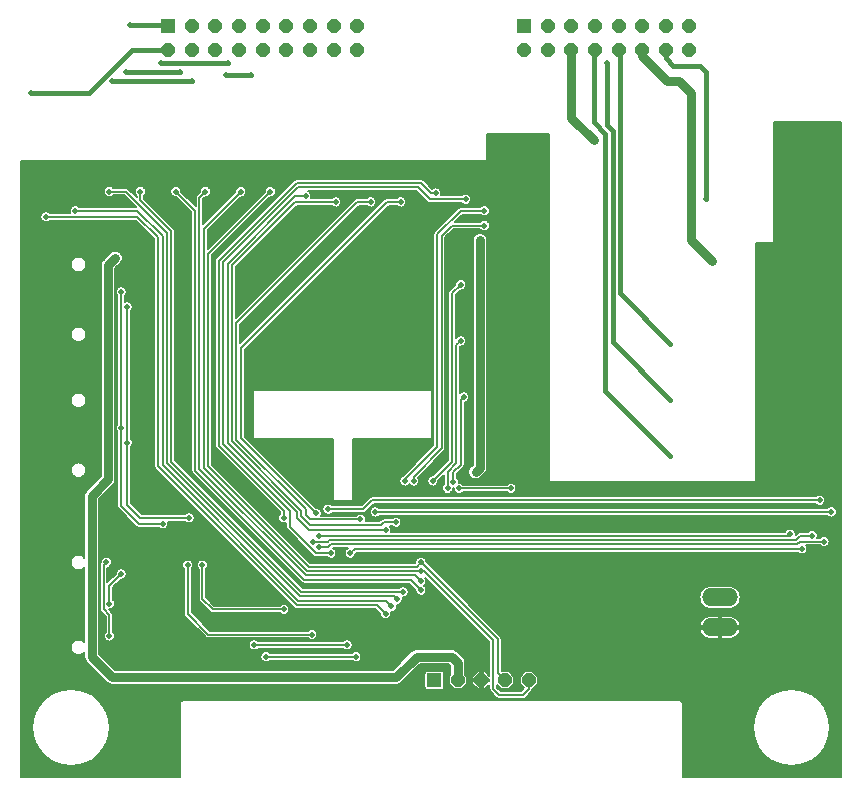
<source format=gbr>
G04 BEGIN FILE *
G04 EdaTools v1.0. *
G04 EdaTools CAM processor. Gerber generator. *
G04 Start timestamp: 10:59:19.222 *
G04 BEGIN HEADER *
%TF.FileFunction,Copper,L2,Bot,Signal*%
%TF.FilePolarity,Positive*%
%TF.Part,Single*%
%MOMM*%
%FSLAX35Y35*%
G04 END HEADER *
G04 BEGIN MACROS *
%AMM2*21,1,$1,$2,0,0,$3*%
%AMM1*21,1,$1,$2-$3-$3,0,0,$4*
21,1,$1-$3-$3,$2,0,0,$4*
$5=$1/2*
$6=$2/2*
$7=2x$3*
1,1,$7,$5-$3,$6-$3,$4*
1,1,$7,-$5+$3,$6-$3,$4*
1,1,$7,-$5+$3,-$6+$3,$4*
1,1,$7,$5-$3,-$6+$3,$4*%
G04 END MACROS *
G04 BEGIN APERTURES *
%ADD10R,1.2X1.2*%
%ADD11P,1.2X8X112.5*%
%ADD12O,3.048X1.524*%
%ADD13P,1.2X8X22.5*%
%ADD14R,1.2X1.2*%
%ADD15C,0.15*%
%ADD16C,0.5*%
%ADD17C,0.8*%
%ADD18C,0.6*%
%ADD19C,0.2*%
%ADD20C,0.4*%
G04 END APERTURES *
G04 BEGIN POLYGONS *
G36*
X05611480Y00677716D02*
G01*
X05616562Y00675000D01*
X05625000D01*
Y00666562D01*
X05627716Y00661480D01*
X05629424Y00655853D01*
X05630000Y00650000D01*
Y00030000D01*
X06970000Y00030000D01*
Y05575000D01*
X06400000D01*
Y04550000D01*
X06250000D01*
Y02525000D01*
X04500000D01*
Y05475000D01*
X03975000D01*
Y05250000D01*
X00030000D01*
X00030000Y00030000D01*
X01370000Y00030000D01*
Y00650000D01*
X01370576Y00655853D01*
X01372284Y00661480D01*
X01375000Y00666562D01*
Y00675000D01*
X01383438D01*
X01388519Y00677716D01*
X01394147Y00679424D01*
X01400000Y00680000D01*
X05600000D01*
X05605853Y00679424D01*
X05611480Y00677716D01*
G37*
D15*
X05616562Y00675000D01*
X05625000D01*
Y00666562D01*
X05627716Y00661480D01*
X05629424Y00655853D01*
X05630000Y00650000D01*
Y00030000D01*
X06970000Y00030000D01*
Y05575000D01*
X06400000D01*
Y04550000D01*
X06250000D01*
Y02525000D01*
X04500000D01*
Y05475000D01*
X03975000D01*
Y05250000D01*
X00030000D01*
X00030000Y00030000D01*
X01370000Y00030000D01*
Y00650000D01*
X01370576Y00655853D01*
X01372284Y00661480D01*
X01375000Y00666562D01*
Y00675000D01*
X01383438D01*
X01388519Y00677716D01*
X01394147Y00679424D01*
X01400000Y00680000D01*
X05600000D01*
X05605853Y00679424D01*
X05611480Y00677716D01*
%LPC*%
G36*
X03423937Y05092526D02*
X03429556Y05089523D01*
X03434481Y05085481D01*
X03507560Y05012402D01*
X03510110Y05014495D01*
X03518323Y05018884D01*
X03527233Y05021587D01*
X03536500Y05022500D01*
X03545767Y05021587D01*
X03554677Y05018884D01*
X03562890Y05014495D01*
X03570088Y05008588D01*
X03575995Y05001390D01*
X03580384Y04993177D01*
X03583087Y04984267D01*
X03584000Y04975000D01*
X03583087Y04965733D01*
X03580590Y04957500D01*
X03758024D01*
X03764111Y04962495D01*
X03772323Y04966884D01*
X03781233Y04969587D01*
X03790500Y04970500D01*
X03799767Y04969587D01*
X03808677Y04966884D01*
X03816890Y04962495D01*
X03824088Y04956588D01*
X03829995Y04949390D01*
X03834384Y04941177D01*
X03837087Y04932267D01*
X03838000Y04923000D01*
X03837087Y04913733D01*
X03834384Y04904823D01*
X03829995Y04896610D01*
X03824088Y04889412D01*
X03816890Y04883505D01*
X03808677Y04879116D01*
X03799767Y04876413D01*
X03790500Y04875500D01*
X03781233Y04876413D01*
X03772323Y04879116D01*
X03764111Y04883505D01*
X03756912Y04889412D01*
X03754379Y04892500D01*
X03487500D01*
X03481159Y04893124D01*
X03475063Y04894974D01*
X03469444Y04897977D01*
X03464519Y04902019D01*
X03374038Y04992500D01*
X02457267D01*
X02462890Y04989495D01*
X02470088Y04983588D01*
X02475995Y04976390D01*
X02480384Y04968177D01*
X02483087Y04959267D01*
X02484000Y04950000D01*
X02483087Y04940733D01*
X02480590Y04932500D01*
X02656020D01*
X02656912Y04933588D01*
X02664110Y04939495D01*
X02672323Y04943884D01*
X02681233Y04946587D01*
X02690500Y04947500D01*
X02699767Y04946587D01*
X02708677Y04943884D01*
X02716890Y04939495D01*
X02724088Y04933588D01*
X02729995Y04926390D01*
X02734384Y04918177D01*
X02737087Y04909267D01*
X02738000Y04900000D01*
X02737087Y04890733D01*
X02734384Y04881823D01*
X02729995Y04873610D01*
X02724088Y04866412D01*
X02716890Y04860505D01*
X02708677Y04856116D01*
X02699767Y04853413D01*
X02690500Y04852500D01*
X02681233Y04853413D01*
X02672323Y04856116D01*
X02664110Y04860505D01*
X02656912Y04866412D01*
X02656020Y04867500D01*
X02363462D01*
X01845000Y04349038D01*
Y03915962D01*
X02852019Y04922981D01*
X02856944Y04927023D01*
X02862563Y04930026D01*
X02868660Y04931876D01*
X02875000Y04932500D01*
X02952020D01*
X02952912Y04933588D01*
X02960110Y04939495D01*
X02968323Y04943884D01*
X02977233Y04946587D01*
X02986500Y04947500D01*
X02995767Y04946587D01*
X03004677Y04943884D01*
X03012890Y04939495D01*
X03020088Y04933588D01*
X03025995Y04926390D01*
X03030384Y04918177D01*
X03033087Y04909267D01*
X03034000Y04900000D01*
X03033087Y04890733D01*
X03030384Y04881823D01*
X03025995Y04873610D01*
X03020088Y04866412D01*
X03012890Y04860505D01*
X03004677Y04856116D01*
X02995767Y04853413D01*
X02986500Y04852500D01*
X02977233Y04853413D01*
X02968323Y04856116D01*
X02960110Y04860505D01*
X02952912Y04866412D01*
X02952020Y04867500D01*
X02888462D01*
X01882500Y03861538D01*
Y03703462D01*
X03102019Y04922981D01*
X03106944Y04927023D01*
X03112563Y04930026D01*
X03118660Y04931876D01*
X03125000Y04932500D01*
X03206020D01*
X03206912Y04933588D01*
X03214111Y04939495D01*
X03222323Y04943884D01*
X03231233Y04946587D01*
X03240500Y04947500D01*
X03249767Y04946587D01*
X03258677Y04943884D01*
X03266890Y04939495D01*
X03274088Y04933588D01*
X03279995Y04926390D01*
X03284384Y04918177D01*
X03287087Y04909267D01*
X03288000Y04900000D01*
X03287087Y04890733D01*
X03284384Y04881823D01*
X03279995Y04873610D01*
X03274088Y04866412D01*
X03266890Y04860505D01*
X03258677Y04856116D01*
X03249767Y04853413D01*
X03240500Y04852500D01*
X03231233Y04853413D01*
X03222323Y04856116D01*
X03214111Y04860505D01*
X03206912Y04866412D01*
X03206020Y04867500D01*
X03138462D01*
X01920000Y03649038D01*
Y02913462D01*
X02523600Y02309862D01*
X02525000Y02310000D01*
X02534267Y02309087D01*
X02543177Y02306384D01*
X02551390Y02301995D01*
X02558588Y02296088D01*
X02564495Y02288890D01*
X02568884Y02280677D01*
X02571587Y02271767D01*
X02572500Y02262500D01*
X02571587Y02253233D01*
X02569090Y02245000D01*
X02865520D01*
X02866412Y02246088D01*
X02873610Y02251995D01*
X02881823Y02256384D01*
X02890733Y02259087D01*
X02900000Y02260000D01*
X02909267Y02259087D01*
X02918177Y02256384D01*
X02926390Y02251995D01*
X02933588Y02246088D01*
X02939495Y02238890D01*
X02943884Y02230677D01*
X02946587Y02221767D01*
X02947500Y02212500D01*
X02946587Y02203233D01*
X02944090Y02195000D01*
X03061538D01*
X03077019Y02210481D01*
X03081944Y02214523D01*
X03087563Y02217526D01*
X03093660Y02219376D01*
X03100000Y02220000D01*
X03165520D01*
X03166412Y02221088D01*
X03173610Y02226995D01*
X03181823Y02231384D01*
X03190733Y02234087D01*
X03200000Y02235000D01*
X03209267Y02234087D01*
X03218177Y02231384D01*
X03226390Y02226995D01*
X03233588Y02221088D01*
X03239495Y02213890D01*
X03243884Y02205677D01*
X03246587Y02196767D01*
X03247500Y02187500D01*
X03246587Y02178233D01*
X03243884Y02169323D01*
X03239495Y02161110D01*
X03233588Y02153912D01*
X03226390Y02148005D01*
X03218177Y02143616D01*
X03209267Y02140913D01*
X03200000Y02140000D01*
X03190733Y02140913D01*
X03181823Y02143616D01*
X03173610Y02148005D01*
X03166412Y02153912D01*
X03165520Y02155000D01*
X03149032D01*
X03151995Y02151390D01*
X03156384Y02143177D01*
X03159087Y02134267D01*
X03160000Y02125000D01*
X03159087Y02115733D01*
X03156590Y02107500D01*
X06494590D01*
X06498005Y02113890D01*
X06503912Y02121088D01*
X06511110Y02126995D01*
X06519323Y02131384D01*
X06528233Y02134087D01*
X06537500Y02135000D01*
X06546767Y02134087D01*
X06555677Y02131384D01*
X06563890Y02126995D01*
X06571088Y02121088D01*
X06576995Y02113890D01*
X06581384Y02105677D01*
X06584087Y02096767D01*
X06585000Y02087500D01*
X06584286Y02080248D01*
X06602019Y02097981D01*
X06606944Y02102023D01*
X06612563Y02105026D01*
X06618660Y02106876D01*
X06625000Y02107500D01*
X06690520D01*
X06691412Y02108588D01*
X06698610Y02114495D01*
X06706823Y02118884D01*
X06715733Y02121587D01*
X06725000Y02122500D01*
X06734267Y02121587D01*
X06743177Y02118884D01*
X06751390Y02114495D01*
X06758588Y02108588D01*
X06764495Y02101390D01*
X06768884Y02093177D01*
X06771587Y02084267D01*
X06772500Y02075000D01*
X06771587Y02065733D01*
X06769090Y02057500D01*
X06790520D01*
X06791412Y02058588D01*
X06798610Y02064495D01*
X06806823Y02068884D01*
X06815733Y02071587D01*
X06825000Y02072500D01*
X06834267Y02071587D01*
X06843177Y02068884D01*
X06851390Y02064495D01*
X06858588Y02058588D01*
X06864495Y02051390D01*
X06868884Y02043177D01*
X06871587Y02034267D01*
X06872500Y02025000D01*
X06871587Y02015733D01*
X06868884Y02006823D01*
X06864495Y01998610D01*
X06858588Y01991412D01*
X06851390Y01985505D01*
X06843177Y01981116D01*
X06834267Y01978413D01*
X06825000Y01977500D01*
X06815733Y01978413D01*
X06806823Y01981116D01*
X06798610Y01985505D01*
X06791412Y01991412D01*
X06790520Y01992500D01*
X06674032D01*
X06676995Y01988890D01*
X06681384Y01980677D01*
X06684087Y01971767D01*
X06685000Y01962500D01*
X06684087Y01953233D01*
X06681384Y01944323D01*
X06676995Y01936110D01*
X06671088Y01928912D01*
X06663890Y01923005D01*
X06655677Y01918616D01*
X06646767Y01915913D01*
X06637500Y01915000D01*
X06628233Y01915913D01*
X06619323Y01918616D01*
X06611110Y01923005D01*
X06603912Y01928912D01*
X06603020Y01930000D01*
X02863462D01*
X02859862Y01926400D01*
X02860000Y01925000D01*
X02859087Y01915733D01*
X02856384Y01906823D01*
X02851995Y01898610D01*
X02846088Y01891412D01*
X02838890Y01885505D01*
X02830677Y01881116D01*
X02821767Y01878413D01*
X02812500Y01877500D01*
X02803233Y01878413D01*
X02794323Y01881116D01*
X02786110Y01885505D01*
X02778912Y01891412D01*
X02773005Y01898610D01*
X02768616Y01906823D01*
X02765913Y01915733D01*
X02765000Y01925000D01*
X02765913Y01934267D01*
X02768616Y01943177D01*
X02773005Y01951390D01*
X02778912Y01958588D01*
X02786110Y01964495D01*
X02791733Y01967500D01*
X02670767D01*
X02676390Y01964495D01*
X02683588Y01958588D01*
X02689495Y01951390D01*
X02693884Y01943177D01*
X02696587Y01934267D01*
X02697500Y01925000D01*
X02696587Y01915733D01*
X02693884Y01906823D01*
X02689495Y01898610D01*
X02683588Y01891412D01*
X02676390Y01885505D01*
X02668177Y01881116D01*
X02659267Y01878413D01*
X02650000Y01877500D01*
X02640733Y01878413D01*
X02631823Y01881116D01*
X02623610Y01885505D01*
X02616412Y01891412D01*
X02615520Y01892500D01*
X02525000D01*
X02518660Y01893124D01*
X02512563Y01894974D01*
X02506944Y01897977D01*
X02502019Y01902019D01*
X02277019Y02127019D01*
X02272977Y02131944D01*
X02269974Y02137563D01*
X02268124Y02143660D01*
X02267500Y02150000D01*
Y02180910D01*
X02259267Y02178413D01*
X02250000Y02177500D01*
X02240733Y02178413D01*
X02231823Y02181116D01*
X02223610Y02185505D01*
X02216412Y02191412D01*
X02210505Y02198610D01*
X02206116Y02206823D01*
X02203413Y02215733D01*
X02202500Y02225000D01*
X02203413Y02234267D01*
X02206116Y02243177D01*
X02210505Y02251390D01*
X02216412Y02258588D01*
X02217500Y02259480D01*
Y02274038D01*
X01677019Y02814519D01*
X01672977Y02819444D01*
X01669974Y02825063D01*
X01668124Y02831160D01*
X01667500Y02837500D01*
Y04400000D01*
X01668124Y04406340D01*
X01669974Y04412437D01*
X01672977Y04418056D01*
X01677019Y04422981D01*
X02339519Y05085481D01*
X02344444Y05089523D01*
X02350063Y05092526D01*
X02356160Y05094376D01*
X02362500Y05095000D01*
X03411500D01*
X03417840Y05094376D01*
X03423937Y05092526D01*
G37*
%LPD*%
X03429556Y05089523D01*
X03434481Y05085481D01*
X03507560Y05012402D01*
X03510110Y05014495D01*
X03518323Y05018884D01*
X03527233Y05021587D01*
X03536500Y05022500D01*
X03545767Y05021587D01*
X03554677Y05018884D01*
X03562890Y05014495D01*
X03570088Y05008588D01*
X03575995Y05001390D01*
X03580384Y04993177D01*
X03583087Y04984267D01*
X03584000Y04975000D01*
X03583087Y04965733D01*
X03580590Y04957500D01*
X03758024D01*
X03764111Y04962495D01*
X03772323Y04966884D01*
X03781233Y04969587D01*
X03790500Y04970500D01*
X03799767Y04969587D01*
X03808677Y04966884D01*
X03816890Y04962495D01*
X03824088Y04956588D01*
X03829995Y04949390D01*
X03834384Y04941177D01*
X03837087Y04932267D01*
X03838000Y04923000D01*
X03837087Y04913733D01*
X03834384Y04904823D01*
X03829995Y04896610D01*
X03824088Y04889412D01*
X03816890Y04883505D01*
X03808677Y04879116D01*
X03799767Y04876413D01*
X03790500Y04875500D01*
X03781233Y04876413D01*
X03772323Y04879116D01*
X03764111Y04883505D01*
X03756912Y04889412D01*
X03754379Y04892500D01*
X03487500D01*
X03481159Y04893124D01*
X03475063Y04894974D01*
X03469444Y04897977D01*
X03464519Y04902019D01*
X03374038Y04992500D01*
X02457267D01*
X02462890Y04989495D01*
X02470088Y04983588D01*
X02475995Y04976390D01*
X02480384Y04968177D01*
X02483087Y04959267D01*
X02484000Y04950000D01*
X02483087Y04940733D01*
X02480590Y04932500D01*
X02656020D01*
X02656912Y04933588D01*
X02664110Y04939495D01*
X02672323Y04943884D01*
X02681233Y04946587D01*
X02690500Y04947500D01*
X02699767Y04946587D01*
X02708677Y04943884D01*
X02716890Y04939495D01*
X02724088Y04933588D01*
X02729995Y04926390D01*
X02734384Y04918177D01*
X02737087Y04909267D01*
X02738000Y04900000D01*
X02737087Y04890733D01*
X02734384Y04881823D01*
X02729995Y04873610D01*
X02724088Y04866412D01*
X02716890Y04860505D01*
X02708677Y04856116D01*
X02699767Y04853413D01*
X02690500Y04852500D01*
X02681233Y04853413D01*
X02672323Y04856116D01*
X02664110Y04860505D01*
X02656912Y04866412D01*
X02656020Y04867500D01*
X02363462D01*
X01845000Y04349038D01*
Y03915962D01*
X02852019Y04922981D01*
X02856944Y04927023D01*
X02862563Y04930026D01*
X02868660Y04931876D01*
X02875000Y04932500D01*
X02952020D01*
X02952912Y04933588D01*
X02960110Y04939495D01*
X02968323Y04943884D01*
X02977233Y04946587D01*
X02986500Y04947500D01*
X02995767Y04946587D01*
X03004677Y04943884D01*
X03012890Y04939495D01*
X03020088Y04933588D01*
X03025995Y04926390D01*
X03030384Y04918177D01*
X03033087Y04909267D01*
X03034000Y04900000D01*
X03033087Y04890733D01*
X03030384Y04881823D01*
X03025995Y04873610D01*
X03020088Y04866412D01*
X03012890Y04860505D01*
X03004677Y04856116D01*
X02995767Y04853413D01*
X02986500Y04852500D01*
X02977233Y04853413D01*
X02968323Y04856116D01*
X02960110Y04860505D01*
X02952912Y04866412D01*
X02952020Y04867500D01*
X02888462D01*
X01882500Y03861538D01*
Y03703462D01*
X03102019Y04922981D01*
X03106944Y04927023D01*
X03112563Y04930026D01*
X03118660Y04931876D01*
X03125000Y04932500D01*
X03206020D01*
X03206912Y04933588D01*
X03214111Y04939495D01*
X03222323Y04943884D01*
X03231233Y04946587D01*
X03240500Y04947500D01*
X03249767Y04946587D01*
X03258677Y04943884D01*
X03266890Y04939495D01*
X03274088Y04933588D01*
X03279995Y04926390D01*
X03284384Y04918177D01*
X03287087Y04909267D01*
X03288000Y04900000D01*
X03287087Y04890733D01*
X03284384Y04881823D01*
X03279995Y04873610D01*
X03274088Y04866412D01*
X03266890Y04860505D01*
X03258677Y04856116D01*
X03249767Y04853413D01*
X03240500Y04852500D01*
X03231233Y04853413D01*
X03222323Y04856116D01*
X03214111Y04860505D01*
X03206912Y04866412D01*
X03206020Y04867500D01*
X03138462D01*
X01920000Y03649038D01*
Y02913462D01*
X02523600Y02309862D01*
X02525000Y02310000D01*
X02534267Y02309087D01*
X02543177Y02306384D01*
X02551390Y02301995D01*
X02558588Y02296088D01*
X02564495Y02288890D01*
X02568884Y02280677D01*
X02571587Y02271767D01*
X02572500Y02262500D01*
X02571587Y02253233D01*
X02569090Y02245000D01*
X02865520D01*
X02866412Y02246088D01*
X02873610Y02251995D01*
X02881823Y02256384D01*
X02890733Y02259087D01*
X02900000Y02260000D01*
X02909267Y02259087D01*
X02918177Y02256384D01*
X02926390Y02251995D01*
X02933588Y02246088D01*
X02939495Y02238890D01*
X02943884Y02230677D01*
X02946587Y02221767D01*
X02947500Y02212500D01*
X02946587Y02203233D01*
X02944090Y02195000D01*
X03061538D01*
X03077019Y02210481D01*
X03081944Y02214523D01*
X03087563Y02217526D01*
X03093660Y02219376D01*
X03100000Y02220000D01*
X03165520D01*
X03166412Y02221088D01*
X03173610Y02226995D01*
X03181823Y02231384D01*
X03190733Y02234087D01*
X03200000Y02235000D01*
X03209267Y02234087D01*
X03218177Y02231384D01*
X03226390Y02226995D01*
X03233588Y02221088D01*
X03239495Y02213890D01*
X03243884Y02205677D01*
X03246587Y02196767D01*
X03247500Y02187500D01*
X03246587Y02178233D01*
X03243884Y02169323D01*
X03239495Y02161110D01*
X03233588Y02153912D01*
X03226390Y02148005D01*
X03218177Y02143616D01*
X03209267Y02140913D01*
X03200000Y02140000D01*
X03190733Y02140913D01*
X03181823Y02143616D01*
X03173610Y02148005D01*
X03166412Y02153912D01*
X03165520Y02155000D01*
X03149032D01*
X03151995Y02151390D01*
X03156384Y02143177D01*
X03159087Y02134267D01*
X03160000Y02125000D01*
X03159087Y02115733D01*
X03156590Y02107500D01*
X06494590D01*
X06498005Y02113890D01*
X06503912Y02121088D01*
X06511110Y02126995D01*
X06519323Y02131384D01*
X06528233Y02134087D01*
X06537500Y02135000D01*
X06546767Y02134087D01*
X06555677Y02131384D01*
X06563890Y02126995D01*
X06571088Y02121088D01*
X06576995Y02113890D01*
X06581384Y02105677D01*
X06584087Y02096767D01*
X06585000Y02087500D01*
X06584286Y02080248D01*
X06602019Y02097981D01*
X06606944Y02102023D01*
X06612563Y02105026D01*
X06618660Y02106876D01*
X06625000Y02107500D01*
X06690520D01*
X06691412Y02108588D01*
X06698610Y02114495D01*
X06706823Y02118884D01*
X06715733Y02121587D01*
X06725000Y02122500D01*
X06734267Y02121587D01*
X06743177Y02118884D01*
X06751390Y02114495D01*
X06758588Y02108588D01*
X06764495Y02101390D01*
X06768884Y02093177D01*
X06771587Y02084267D01*
X06772500Y02075000D01*
X06771587Y02065733D01*
X06769090Y02057500D01*
X06790520D01*
X06791412Y02058588D01*
X06798610Y02064495D01*
X06806823Y02068884D01*
X06815733Y02071587D01*
X06825000Y02072500D01*
X06834267Y02071587D01*
X06843177Y02068884D01*
X06851390Y02064495D01*
X06858588Y02058588D01*
X06864495Y02051390D01*
X06868884Y02043177D01*
X06871587Y02034267D01*
X06872500Y02025000D01*
X06871587Y02015733D01*
X06868884Y02006823D01*
X06864495Y01998610D01*
X06858588Y01991412D01*
X06851390Y01985505D01*
X06843177Y01981116D01*
X06834267Y01978413D01*
X06825000Y01977500D01*
X06815733Y01978413D01*
X06806823Y01981116D01*
X06798610Y01985505D01*
X06791412Y01991412D01*
X06790520Y01992500D01*
X06674032D01*
X06676995Y01988890D01*
X06681384Y01980677D01*
X06684087Y01971767D01*
X06685000Y01962500D01*
X06684087Y01953233D01*
X06681384Y01944323D01*
X06676995Y01936110D01*
X06671088Y01928912D01*
X06663890Y01923005D01*
X06655677Y01918616D01*
X06646767Y01915913D01*
X06637500Y01915000D01*
X06628233Y01915913D01*
X06619323Y01918616D01*
X06611110Y01923005D01*
X06603912Y01928912D01*
X06603020Y01930000D01*
X02863462D01*
X02859862Y01926400D01*
X02860000Y01925000D01*
X02859087Y01915733D01*
X02856384Y01906823D01*
X02851995Y01898610D01*
X02846088Y01891412D01*
X02838890Y01885505D01*
X02830677Y01881116D01*
X02821767Y01878413D01*
X02812500Y01877500D01*
X02803233Y01878413D01*
X02794323Y01881116D01*
X02786110Y01885505D01*
X02778912Y01891412D01*
X02773005Y01898610D01*
X02768616Y01906823D01*
X02765913Y01915733D01*
X02765000Y01925000D01*
X02765913Y01934267D01*
X02768616Y01943177D01*
X02773005Y01951390D01*
X02778912Y01958588D01*
X02786110Y01964495D01*
X02791733Y01967500D01*
X02670767D01*
X02676390Y01964495D01*
X02683588Y01958588D01*
X02689495Y01951390D01*
X02693884Y01943177D01*
X02696587Y01934267D01*
X02697500Y01925000D01*
X02696587Y01915733D01*
X02693884Y01906823D01*
X02689495Y01898610D01*
X02683588Y01891412D01*
X02676390Y01885505D01*
X02668177Y01881116D01*
X02659267Y01878413D01*
X02650000Y01877500D01*
X02640733Y01878413D01*
X02631823Y01881116D01*
X02623610Y01885505D01*
X02616412Y01891412D01*
X02615520Y01892500D01*
X02525000D01*
X02518660Y01893124D01*
X02512563Y01894974D01*
X02506944Y01897977D01*
X02502019Y01902019D01*
X02277019Y02127019D01*
X02272977Y02131944D01*
X02269974Y02137563D01*
X02268124Y02143660D01*
X02267500Y02150000D01*
Y02180910D01*
X02259267Y02178413D01*
X02250000Y02177500D01*
X02240733Y02178413D01*
X02231823Y02181116D01*
X02223610Y02185505D01*
X02216412Y02191412D01*
X02210505Y02198610D01*
X02206116Y02206823D01*
X02203413Y02215733D01*
X02202500Y02225000D01*
X02203413Y02234267D01*
X02206116Y02243177D01*
X02210505Y02251390D01*
X02216412Y02258588D01*
X02217500Y02259480D01*
Y02274038D01*
X01677019Y02814519D01*
X01672977Y02819444D01*
X01669974Y02825063D01*
X01668124Y02831160D01*
X01667500Y02837500D01*
Y04400000D01*
X01668124Y04406340D01*
X01669974Y04412437D01*
X01672977Y04418056D01*
X01677019Y04422981D01*
X02339519Y05085481D01*
X02344444Y05089523D01*
X02350063Y05092526D01*
X02356160Y05094376D01*
X02362500Y05095000D01*
X03411500D01*
X03417840Y05094376D01*
X03423937Y05092526D01*
%LPC*%
G36*
X04068659Y00693124D02*
X04062563Y00694974D01*
X04056944Y00697977D01*
X04052019Y00702019D01*
X04002019Y00752019D01*
X03997977Y00756944D01*
X03994974Y00762563D01*
X03993124Y00768660D01*
X03992500Y00775000D01*
Y00809709D01*
X03956571Y00773780D01*
X03935000D01*
Y00840000D01*
X03992500D01*
Y00860000D01*
X03935000D01*
Y00926220D01*
X03956571D01*
X03992500Y00890291D01*
Y01174038D01*
X03449003Y01717535D01*
X03451995Y01713890D01*
X03456384Y01705677D01*
X03459087Y01696767D01*
X03460000Y01687500D01*
X03459087Y01678233D01*
X03456384Y01669323D01*
X03451995Y01661110D01*
X03446088Y01653912D01*
X03441320Y01650000D01*
X03446088Y01646088D01*
X03451995Y01638890D01*
X03456384Y01630677D01*
X03459087Y01621767D01*
X03460000Y01612500D01*
X03459087Y01603233D01*
X03456384Y01594323D01*
X03451995Y01586110D01*
X03446088Y01578912D01*
X03438890Y01573005D01*
X03430677Y01568616D01*
X03421767Y01565913D01*
X03412500Y01565000D01*
X03403233Y01565913D01*
X03394323Y01568616D01*
X03386110Y01573005D01*
X03378912Y01578912D01*
X03373005Y01586110D01*
X03368616Y01594323D01*
X03365913Y01603233D01*
X03365000Y01612500D01*
X03365138Y01613900D01*
X03311538Y01667500D01*
X02425000D01*
X02418660Y01668124D01*
X02412563Y01669974D01*
X02406944Y01672977D01*
X02402019Y01677019D01*
X01477019Y02602019D01*
X01472977Y02606944D01*
X01469974Y02612563D01*
X01468124Y02618660D01*
X01467500Y02625000D01*
Y04811538D01*
X01338900Y04940138D01*
X01337500Y04940000D01*
X01328233Y04940913D01*
X01319323Y04943616D01*
X01311110Y04948005D01*
X01303912Y04953912D01*
X01298005Y04961110D01*
X01293616Y04969323D01*
X01290913Y04978233D01*
X01290000Y04987500D01*
X01290913Y04996767D01*
X01293616Y05005677D01*
X01298005Y05013890D01*
X01303912Y05021088D01*
X01311110Y05026995D01*
X01319323Y05031384D01*
X01328233Y05034087D01*
X01337500Y05035000D01*
X01346767Y05034087D01*
X01355677Y05031384D01*
X01363890Y05026995D01*
X01371088Y05021088D01*
X01376995Y05013890D01*
X01381384Y05005677D01*
X01384087Y04996767D01*
X01385000Y04987500D01*
X01384862Y04986100D01*
X01505000Y04865962D01*
Y04937500D01*
X01505624Y04943840D01*
X01507474Y04949937D01*
X01510477Y04955556D01*
X01514519Y04960481D01*
X01540138Y04986100D01*
X01540000Y04987500D01*
X01540913Y04996767D01*
X01543616Y05005677D01*
X01548005Y05013890D01*
X01553912Y05021088D01*
X01561110Y05026995D01*
X01569323Y05031384D01*
X01578233Y05034087D01*
X01587500Y05035000D01*
X01596767Y05034087D01*
X01605677Y05031384D01*
X01613890Y05026995D01*
X01621088Y05021088D01*
X01626995Y05013890D01*
X01631384Y05005677D01*
X01634087Y04996767D01*
X01635000Y04987500D01*
X01634087Y04978233D01*
X01631384Y04969323D01*
X01626995Y04961110D01*
X01621088Y04953912D01*
X01613890Y04948005D01*
X01605677Y04943616D01*
X01596767Y04940913D01*
X01587500Y04940000D01*
X01586100Y04940138D01*
X01570000Y04924038D01*
Y04715962D01*
X01840138Y04986100D01*
X01840000Y04987500D01*
X01840913Y04996767D01*
X01843616Y05005677D01*
X01848005Y05013890D01*
X01853912Y05021088D01*
X01861110Y05026995D01*
X01869323Y05031384D01*
X01878233Y05034087D01*
X01887500Y05035000D01*
X01896767Y05034087D01*
X01905677Y05031384D01*
X01913890Y05026995D01*
X01921088Y05021088D01*
X01926995Y05013890D01*
X01931384Y05005677D01*
X01934087Y04996767D01*
X01935000Y04987500D01*
X01934087Y04978233D01*
X01931384Y04969323D01*
X01926995Y04961110D01*
X01921088Y04953912D01*
X01913890Y04948005D01*
X01905677Y04943616D01*
X01896767Y04940913D01*
X01887500Y04940000D01*
X01886100Y04940138D01*
X01607500Y04661538D01*
Y04503462D01*
X02090138Y04986100D01*
X02090000Y04987500D01*
X02090913Y04996767D01*
X02093616Y05005677D01*
X02098005Y05013890D01*
X02103912Y05021088D01*
X02111110Y05026995D01*
X02119323Y05031384D01*
X02128233Y05034087D01*
X02137500Y05035000D01*
X02146767Y05034087D01*
X02155677Y05031384D01*
X02163890Y05026995D01*
X02171088Y05021088D01*
X02176995Y05013890D01*
X02181384Y05005677D01*
X02184087Y04996767D01*
X02185000Y04987500D01*
X02184087Y04978233D01*
X02181384Y04969323D01*
X02176995Y04961110D01*
X02171088Y04953912D01*
X02163890Y04948005D01*
X02155677Y04943616D01*
X02146767Y04940913D01*
X02137500Y04940000D01*
X02136100Y04940138D01*
X01645000Y04449038D01*
Y02675962D01*
X02475962Y01845000D01*
X03361538D01*
X03365138Y01848600D01*
X03365000Y01850000D01*
X03365913Y01859267D01*
X03368616Y01868177D01*
X03373005Y01876390D01*
X03378912Y01883588D01*
X03386110Y01889495D01*
X03394323Y01893884D01*
X03403233Y01896587D01*
X03412500Y01897500D01*
X03421767Y01896587D01*
X03430677Y01893884D01*
X03438890Y01889495D01*
X03446088Y01883588D01*
X03451995Y01876390D01*
X03456384Y01868177D01*
X03459087Y01859267D01*
X03460000Y01850000D01*
X03459862Y01848600D01*
X04085481Y01222981D01*
X04089523Y01218056D01*
X04092526Y01212437D01*
X04094376Y01206340D01*
X04095000Y01200000D01*
Y00926220D01*
X04156571D01*
X04201220Y00881571D01*
Y00818429D01*
X04156571Y00773780D01*
X04093429D01*
X04057500Y00809709D01*
Y00788462D01*
X04088462Y00757500D01*
X04261538D01*
X04285623Y00781585D01*
X04248780Y00818429D01*
Y00881571D01*
X04293429Y00926220D01*
X04356571D01*
X04401220Y00881571D01*
Y00818429D01*
X04357468Y00774677D01*
X04356876Y00768660D01*
X04355026Y00762563D01*
X04352023Y00756944D01*
X04347981Y00752019D01*
X04297981Y00702019D01*
X04293056Y00697977D01*
X04287437Y00694974D01*
X04281340Y00693124D01*
X04275000Y00692500D01*
X04075000D01*
X04068659Y00693124D01*
G37*
%LPD*%
X04062563Y00694974D01*
X04056944Y00697977D01*
X04052019Y00702019D01*
X04002019Y00752019D01*
X03997977Y00756944D01*
X03994974Y00762563D01*
X03993124Y00768660D01*
X03992500Y00775000D01*
Y00809709D01*
X03956571Y00773780D01*
X03935000D01*
Y00840000D01*
X03992500D01*
Y00860000D01*
X03935000D01*
Y00926220D01*
X03956571D01*
X03992500Y00890291D01*
Y01174038D01*
X03449003Y01717535D01*
X03451995Y01713890D01*
X03456384Y01705677D01*
X03459087Y01696767D01*
X03460000Y01687500D01*
X03459087Y01678233D01*
X03456384Y01669323D01*
X03451995Y01661110D01*
X03446088Y01653912D01*
X03441320Y01650000D01*
X03446088Y01646088D01*
X03451995Y01638890D01*
X03456384Y01630677D01*
X03459087Y01621767D01*
X03460000Y01612500D01*
X03459087Y01603233D01*
X03456384Y01594323D01*
X03451995Y01586110D01*
X03446088Y01578912D01*
X03438890Y01573005D01*
X03430677Y01568616D01*
X03421767Y01565913D01*
X03412500Y01565000D01*
X03403233Y01565913D01*
X03394323Y01568616D01*
X03386110Y01573005D01*
X03378912Y01578912D01*
X03373005Y01586110D01*
X03368616Y01594323D01*
X03365913Y01603233D01*
X03365000Y01612500D01*
X03365138Y01613900D01*
X03311538Y01667500D01*
X02425000D01*
X02418660Y01668124D01*
X02412563Y01669974D01*
X02406944Y01672977D01*
X02402019Y01677019D01*
X01477019Y02602019D01*
X01472977Y02606944D01*
X01469974Y02612563D01*
X01468124Y02618660D01*
X01467500Y02625000D01*
Y04811538D01*
X01338900Y04940138D01*
X01337500Y04940000D01*
X01328233Y04940913D01*
X01319323Y04943616D01*
X01311110Y04948005D01*
X01303912Y04953912D01*
X01298005Y04961110D01*
X01293616Y04969323D01*
X01290913Y04978233D01*
X01290000Y04987500D01*
X01290913Y04996767D01*
X01293616Y05005677D01*
X01298005Y05013890D01*
X01303912Y05021088D01*
X01311110Y05026995D01*
X01319323Y05031384D01*
X01328233Y05034087D01*
X01337500Y05035000D01*
X01346767Y05034087D01*
X01355677Y05031384D01*
X01363890Y05026995D01*
X01371088Y05021088D01*
X01376995Y05013890D01*
X01381384Y05005677D01*
X01384087Y04996767D01*
X01385000Y04987500D01*
X01384862Y04986100D01*
X01505000Y04865962D01*
Y04937500D01*
X01505624Y04943840D01*
X01507474Y04949937D01*
X01510477Y04955556D01*
X01514519Y04960481D01*
X01540138Y04986100D01*
X01540000Y04987500D01*
X01540913Y04996767D01*
X01543616Y05005677D01*
X01548005Y05013890D01*
X01553912Y05021088D01*
X01561110Y05026995D01*
X01569323Y05031384D01*
X01578233Y05034087D01*
X01587500Y05035000D01*
X01596767Y05034087D01*
X01605677Y05031384D01*
X01613890Y05026995D01*
X01621088Y05021088D01*
X01626995Y05013890D01*
X01631384Y05005677D01*
X01634087Y04996767D01*
X01635000Y04987500D01*
X01634087Y04978233D01*
X01631384Y04969323D01*
X01626995Y04961110D01*
X01621088Y04953912D01*
X01613890Y04948005D01*
X01605677Y04943616D01*
X01596767Y04940913D01*
X01587500Y04940000D01*
X01586100Y04940138D01*
X01570000Y04924038D01*
Y04715962D01*
X01840138Y04986100D01*
X01840000Y04987500D01*
X01840913Y04996767D01*
X01843616Y05005677D01*
X01848005Y05013890D01*
X01853912Y05021088D01*
X01861110Y05026995D01*
X01869323Y05031384D01*
X01878233Y05034087D01*
X01887500Y05035000D01*
X01896767Y05034087D01*
X01905677Y05031384D01*
X01913890Y05026995D01*
X01921088Y05021088D01*
X01926995Y05013890D01*
X01931384Y05005677D01*
X01934087Y04996767D01*
X01935000Y04987500D01*
X01934087Y04978233D01*
X01931384Y04969323D01*
X01926995Y04961110D01*
X01921088Y04953912D01*
X01913890Y04948005D01*
X01905677Y04943616D01*
X01896767Y04940913D01*
X01887500Y04940000D01*
X01886100Y04940138D01*
X01607500Y04661538D01*
Y04503462D01*
X02090138Y04986100D01*
X02090000Y04987500D01*
X02090913Y04996767D01*
X02093616Y05005677D01*
X02098005Y05013890D01*
X02103912Y05021088D01*
X02111110Y05026995D01*
X02119323Y05031384D01*
X02128233Y05034087D01*
X02137500Y05035000D01*
X02146767Y05034087D01*
X02155677Y05031384D01*
X02163890Y05026995D01*
X02171088Y05021088D01*
X02176995Y05013890D01*
X02181384Y05005677D01*
X02184087Y04996767D01*
X02185000Y04987500D01*
X02184087Y04978233D01*
X02181384Y04969323D01*
X02176995Y04961110D01*
X02171088Y04953912D01*
X02163890Y04948005D01*
X02155677Y04943616D01*
X02146767Y04940913D01*
X02137500Y04940000D01*
X02136100Y04940138D01*
X01645000Y04449038D01*
Y02675962D01*
X02475962Y01845000D01*
X03361538D01*
X03365138Y01848600D01*
X03365000Y01850000D01*
X03365913Y01859267D01*
X03368616Y01868177D01*
X03373005Y01876390D01*
X03378912Y01883588D01*
X03386110Y01889495D01*
X03394323Y01893884D01*
X03403233Y01896587D01*
X03412500Y01897500D01*
X03421767Y01896587D01*
X03430677Y01893884D01*
X03438890Y01889495D01*
X03446088Y01883588D01*
X03451995Y01876390D01*
X03456384Y01868177D01*
X03459087Y01859267D01*
X03460000Y01850000D01*
X03459862Y01848600D01*
X04085481Y01222981D01*
X04089523Y01218056D01*
X04092526Y01212437D01*
X04094376Y01206340D01*
X04095000Y01200000D01*
Y00926220D01*
X04156571D01*
X04201220Y00881571D01*
Y00818429D01*
X04156571Y00773780D01*
X04093429D01*
X04057500Y00809709D01*
Y00788462D01*
X04088462Y00757500D01*
X04261538D01*
X04285623Y00781585D01*
X04248780Y00818429D01*
Y00881571D01*
X04293429Y00926220D01*
X04356571D01*
X04401220Y00881571D01*
Y00818429D01*
X04357468Y00774677D01*
X04356876Y00768660D01*
X04355026Y00762563D01*
X04352023Y00756944D01*
X04347981Y00752019D01*
X04297981Y00702019D01*
X04293056Y00697977D01*
X04287437Y00694974D01*
X04281340Y00693124D01*
X04275000Y00692500D01*
X04075000D01*
X04068659Y00693124D01*
%LPC*%
G36*
X00924937Y05017526D02*
X00930556Y05014523D01*
X00935481Y05010481D01*
X01005000Y04940962D01*
Y04953020D01*
X01003912Y04953912D01*
X00998005Y04961110D01*
X00993616Y04969323D01*
X00990913Y04978233D01*
X00990000Y04987500D01*
X00990913Y04996767D01*
X00993616Y05005677D01*
X00998005Y05013890D01*
X01003912Y05021088D01*
X01011110Y05026995D01*
X01019323Y05031384D01*
X01028233Y05034087D01*
X01037500Y05035000D01*
X01046767Y05034087D01*
X01055677Y05031384D01*
X01063890Y05026995D01*
X01071088Y05021088D01*
X01076995Y05013890D01*
X01081384Y05005677D01*
X01084087Y04996767D01*
X01085000Y04987500D01*
X01084087Y04978233D01*
X01081384Y04969323D01*
X01076995Y04961110D01*
X01071088Y04953912D01*
X01070000Y04953020D01*
Y04925962D01*
X01322981Y04672981D01*
X01327023Y04668056D01*
X01330026Y04662437D01*
X01331876Y04656340D01*
X01332500Y04650000D01*
Y02713462D01*
X02413462Y01632500D01*
X03228020D01*
X03228912Y01633588D01*
X03236110Y01639495D01*
X03244323Y01643884D01*
X03253233Y01646587D01*
X03262500Y01647500D01*
X03271767Y01646587D01*
X03280677Y01643884D01*
X03288890Y01639495D01*
X03296088Y01633588D01*
X03301995Y01626390D01*
X03306384Y01618177D01*
X03309087Y01609267D01*
X03310000Y01600000D01*
X03309087Y01590733D01*
X03306384Y01581823D01*
X03301995Y01573610D01*
X03296088Y01566412D01*
X03288890Y01560505D01*
X03280677Y01556116D01*
X03271767Y01553413D01*
X03262500Y01552500D01*
X03257189Y01553023D01*
X03259087Y01546767D01*
X03260000Y01537500D01*
X03259087Y01528233D01*
X03256384Y01519323D01*
X03251995Y01511110D01*
X03246088Y01503912D01*
X03238890Y01498005D01*
X03230677Y01493616D01*
X03221767Y01490913D01*
X03212500Y01490000D01*
X03207189Y01490523D01*
X03209087Y01484267D01*
X03210000Y01475000D01*
X03209087Y01465733D01*
X03206384Y01456823D01*
X03201995Y01448610D01*
X03196088Y01441412D01*
X03188890Y01435505D01*
X03180677Y01431116D01*
X03171767Y01428413D01*
X03162500Y01427500D01*
X03157189Y01428023D01*
X03159087Y01421767D01*
X03160000Y01412500D01*
X03159087Y01403233D01*
X03156384Y01394323D01*
X03151995Y01386110D01*
X03146088Y01378912D01*
X03138890Y01373005D01*
X03130677Y01368616D01*
X03121767Y01365913D01*
X03112500Y01365000D01*
X03103233Y01365913D01*
X03094323Y01368616D01*
X03086110Y01373005D01*
X03078912Y01378912D01*
X03073005Y01386110D01*
X03068616Y01394323D01*
X03065913Y01403233D01*
X03065000Y01412500D01*
X03065138Y01413900D01*
X03024038Y01455000D01*
X02362500D01*
X02356160Y01455624D01*
X02350063Y01457474D01*
X02344444Y01460477D01*
X02339519Y01464519D01*
X01164519Y02639519D01*
X01160477Y02644444D01*
X01157474Y02650063D01*
X01155624Y02656160D01*
X01155000Y02662500D01*
Y04586538D01*
X00999038Y04742500D01*
X00271980D01*
X00271088Y04741412D01*
X00263890Y04735505D01*
X00255677Y04731116D01*
X00246767Y04728413D01*
X00237500Y04727500D01*
X00228233Y04728413D01*
X00219323Y04731116D01*
X00211110Y04735505D01*
X00203912Y04741412D01*
X00198005Y04748610D01*
X00193616Y04756823D01*
X00190913Y04765733D01*
X00190000Y04775000D01*
X00190913Y04784267D01*
X00193616Y04793177D01*
X00198005Y04801390D01*
X00203912Y04808588D01*
X00211110Y04814495D01*
X00219323Y04818884D01*
X00228233Y04821587D01*
X00237500Y04822500D01*
X00246767Y04821587D01*
X00255677Y04818884D01*
X00263890Y04814495D01*
X00271088Y04808588D01*
X00271980Y04807500D01*
X00443410D01*
X00440913Y04815733D01*
X00440000Y04825000D01*
X00440913Y04834267D01*
X00443616Y04843177D01*
X00448005Y04851390D01*
X00453913Y04858588D01*
X00461110Y04864495D01*
X00469323Y04868884D01*
X00478233Y04871587D01*
X00487500Y04872500D01*
X00496767Y04871587D01*
X00505677Y04868884D01*
X00513890Y04864495D01*
X00521087Y04858588D01*
X00521980Y04857500D01*
X00996538D01*
X00899038Y04955000D01*
X00809480D01*
X00808588Y04953912D01*
X00801390Y04948005D01*
X00793177Y04943616D01*
X00784267Y04940913D01*
X00775000Y04940000D01*
X00765733Y04940913D01*
X00756823Y04943616D01*
X00748610Y04948005D01*
X00741412Y04953912D01*
X00735505Y04961110D01*
X00731116Y04969323D01*
X00728413Y04978233D01*
X00727500Y04987500D01*
X00728413Y04996767D01*
X00731116Y05005677D01*
X00735505Y05013890D01*
X00741412Y05021088D01*
X00748610Y05026995D01*
X00756823Y05031384D01*
X00765733Y05034087D01*
X00775000Y05035000D01*
X00784267Y05034087D01*
X00793177Y05031384D01*
X00801390Y05026995D01*
X00808588Y05021088D01*
X00809480Y05020000D01*
X00912500D01*
X00918840Y05019376D01*
X00924937Y05017526D01*
G37*
%LPD*%
X00930556Y05014523D01*
X00935481Y05010481D01*
X01005000Y04940962D01*
Y04953020D01*
X01003912Y04953912D01*
X00998005Y04961110D01*
X00993616Y04969323D01*
X00990913Y04978233D01*
X00990000Y04987500D01*
X00990913Y04996767D01*
X00993616Y05005677D01*
X00998005Y05013890D01*
X01003912Y05021088D01*
X01011110Y05026995D01*
X01019323Y05031384D01*
X01028233Y05034087D01*
X01037500Y05035000D01*
X01046767Y05034087D01*
X01055677Y05031384D01*
X01063890Y05026995D01*
X01071088Y05021088D01*
X01076995Y05013890D01*
X01081384Y05005677D01*
X01084087Y04996767D01*
X01085000Y04987500D01*
X01084087Y04978233D01*
X01081384Y04969323D01*
X01076995Y04961110D01*
X01071088Y04953912D01*
X01070000Y04953020D01*
Y04925962D01*
X01322981Y04672981D01*
X01327023Y04668056D01*
X01330026Y04662437D01*
X01331876Y04656340D01*
X01332500Y04650000D01*
Y02713462D01*
X02413462Y01632500D01*
X03228020D01*
X03228912Y01633588D01*
X03236110Y01639495D01*
X03244323Y01643884D01*
X03253233Y01646587D01*
X03262500Y01647500D01*
X03271767Y01646587D01*
X03280677Y01643884D01*
X03288890Y01639495D01*
X03296088Y01633588D01*
X03301995Y01626390D01*
X03306384Y01618177D01*
X03309087Y01609267D01*
X03310000Y01600000D01*
X03309087Y01590733D01*
X03306384Y01581823D01*
X03301995Y01573610D01*
X03296088Y01566412D01*
X03288890Y01560505D01*
X03280677Y01556116D01*
X03271767Y01553413D01*
X03262500Y01552500D01*
X03257189Y01553023D01*
X03259087Y01546767D01*
X03260000Y01537500D01*
X03259087Y01528233D01*
X03256384Y01519323D01*
X03251995Y01511110D01*
X03246088Y01503912D01*
X03238890Y01498005D01*
X03230677Y01493616D01*
X03221767Y01490913D01*
X03212500Y01490000D01*
X03207189Y01490523D01*
X03209087Y01484267D01*
X03210000Y01475000D01*
X03209087Y01465733D01*
X03206384Y01456823D01*
X03201995Y01448610D01*
X03196088Y01441412D01*
X03188890Y01435505D01*
X03180677Y01431116D01*
X03171767Y01428413D01*
X03162500Y01427500D01*
X03157189Y01428023D01*
X03159087Y01421767D01*
X03160000Y01412500D01*
X03159087Y01403233D01*
X03156384Y01394323D01*
X03151995Y01386110D01*
X03146088Y01378912D01*
X03138890Y01373005D01*
X03130677Y01368616D01*
X03121767Y01365913D01*
X03112500Y01365000D01*
X03103233Y01365913D01*
X03094323Y01368616D01*
X03086110Y01373005D01*
X03078912Y01378912D01*
X03073005Y01386110D01*
X03068616Y01394323D01*
X03065913Y01403233D01*
X03065000Y01412500D01*
X03065138Y01413900D01*
X03024038Y01455000D01*
X02362500D01*
X02356160Y01455624D01*
X02350063Y01457474D01*
X02344444Y01460477D01*
X02339519Y01464519D01*
X01164519Y02639519D01*
X01160477Y02644444D01*
X01157474Y02650063D01*
X01155624Y02656160D01*
X01155000Y02662500D01*
Y04586538D01*
X00999038Y04742500D01*
X00271980D01*
X00271088Y04741412D01*
X00263890Y04735505D01*
X00255677Y04731116D01*
X00246767Y04728413D01*
X00237500Y04727500D01*
X00228233Y04728413D01*
X00219323Y04731116D01*
X00211110Y04735505D01*
X00203912Y04741412D01*
X00198005Y04748610D01*
X00193616Y04756823D01*
X00190913Y04765733D01*
X00190000Y04775000D01*
X00190913Y04784267D01*
X00193616Y04793177D01*
X00198005Y04801390D01*
X00203912Y04808588D01*
X00211110Y04814495D01*
X00219323Y04818884D01*
X00228233Y04821587D01*
X00237500Y04822500D01*
X00246767Y04821587D01*
X00255677Y04818884D01*
X00263890Y04814495D01*
X00271088Y04808588D01*
X00271980Y04807500D01*
X00443410D01*
X00440913Y04815733D01*
X00440000Y04825000D01*
X00440913Y04834267D01*
X00443616Y04843177D01*
X00448005Y04851390D01*
X00453913Y04858588D01*
X00461110Y04864495D01*
X00469323Y04868884D01*
X00478233Y04871587D01*
X00487500Y04872500D01*
X00496767Y04871587D01*
X00505677Y04868884D01*
X00513890Y04864495D01*
X00521087Y04858588D01*
X00521980Y04857500D01*
X00996538D01*
X00899038Y04955000D01*
X00809480D01*
X00808588Y04953912D01*
X00801390Y04948005D01*
X00793177Y04943616D01*
X00784267Y04940913D01*
X00775000Y04940000D01*
X00765733Y04940913D01*
X00756823Y04943616D01*
X00748610Y04948005D01*
X00741412Y04953912D01*
X00735505Y04961110D01*
X00731116Y04969323D01*
X00728413Y04978233D01*
X00727500Y04987500D01*
X00728413Y04996767D01*
X00731116Y05005677D01*
X00735505Y05013890D01*
X00741412Y05021088D01*
X00748610Y05026995D01*
X00756823Y05031384D01*
X00765733Y05034087D01*
X00775000Y05035000D01*
X00784267Y05034087D01*
X00793177Y05031384D01*
X00801390Y05026995D01*
X00808588Y05021088D01*
X00809480Y05020000D01*
X00912500D01*
X00918840Y05019376D01*
X00924937Y05017526D01*
%LPC*%
G36*
X03340733Y02490913D02*
X03331823Y02493616D01*
X03323610Y02498005D01*
X03316412Y02503912D01*
X03312500Y02508680D01*
X03308588Y02503912D01*
X03301390Y02498005D01*
X03293177Y02493616D01*
X03284267Y02490913D01*
X03275000Y02490000D01*
X03265733Y02490913D01*
X03256823Y02493616D01*
X03248610Y02498005D01*
X03241412Y02503912D01*
X03235505Y02511110D01*
X03231116Y02519323D01*
X03228413Y02528233D01*
X03227500Y02537500D01*
X03228413Y02546767D01*
X03231116Y02555677D01*
X03235505Y02563890D01*
X03241412Y02571088D01*
X03248610Y02576995D01*
X03256823Y02581384D01*
X03261990Y02582952D01*
X03517500Y02838462D01*
Y04625000D01*
X03518124Y04631340D01*
X03519974Y04637437D01*
X03522977Y04643056D01*
X03527019Y04647981D01*
X03727019Y04847981D01*
X03731944Y04852023D01*
X03737563Y04855026D01*
X03743659Y04856876D01*
X03750000Y04857500D01*
X03915520D01*
X03916412Y04858588D01*
X03923610Y04864495D01*
X03931823Y04868884D01*
X03940733Y04871587D01*
X03950000Y04872500D01*
X03959267Y04871587D01*
X03968177Y04868884D01*
X03976390Y04864495D01*
X03983588Y04858588D01*
X03989495Y04851390D01*
X03993884Y04843177D01*
X03996587Y04834267D01*
X03997500Y04825000D01*
X03996587Y04815733D01*
X03993884Y04806823D01*
X03989495Y04798610D01*
X03983588Y04791412D01*
X03976390Y04785505D01*
X03968177Y04781116D01*
X03959267Y04778413D01*
X03950000Y04777500D01*
X03940733Y04778413D01*
X03931823Y04781116D01*
X03923610Y04785505D01*
X03916412Y04791412D01*
X03915520Y04792500D01*
X03763462D01*
X03703462Y04732500D01*
X03915520D01*
X03916412Y04733588D01*
X03923610Y04739495D01*
X03931823Y04743884D01*
X03940733Y04746587D01*
X03950000Y04747500D01*
X03959267Y04746587D01*
X03968177Y04743884D01*
X03976390Y04739495D01*
X03983588Y04733588D01*
X03989495Y04726390D01*
X03993884Y04718177D01*
X03996587Y04709267D01*
X03997500Y04700000D01*
X03996587Y04690733D01*
X03993884Y04681823D01*
X03989495Y04673610D01*
X03983588Y04666412D01*
X03976390Y04660505D01*
X03968177Y04656116D01*
X03959267Y04653413D01*
X03950000Y04652500D01*
X03940733Y04653413D01*
X03931823Y04656116D01*
X03923610Y04660505D01*
X03916412Y04666412D01*
X03915520Y04667500D01*
X03688462D01*
X03620000Y04599038D01*
Y02812500D01*
X03619376Y02806160D01*
X03617526Y02800063D01*
X03614523Y02794444D01*
X03610481Y02789519D01*
X03387402Y02566440D01*
X03389495Y02563890D01*
X03393884Y02555677D01*
X03396587Y02546767D01*
X03397500Y02537500D01*
X03396587Y02528233D01*
X03393884Y02519323D01*
X03389495Y02511110D01*
X03383588Y02503912D01*
X03376390Y02498005D01*
X03368177Y02493616D01*
X03359267Y02490913D01*
X03350000Y02490000D01*
X03340733Y02490913D01*
G37*
%LPD*%
X03331823Y02493616D01*
X03323610Y02498005D01*
X03316412Y02503912D01*
X03312500Y02508680D01*
X03308588Y02503912D01*
X03301390Y02498005D01*
X03293177Y02493616D01*
X03284267Y02490913D01*
X03275000Y02490000D01*
X03265733Y02490913D01*
X03256823Y02493616D01*
X03248610Y02498005D01*
X03241412Y02503912D01*
X03235505Y02511110D01*
X03231116Y02519323D01*
X03228413Y02528233D01*
X03227500Y02537500D01*
X03228413Y02546767D01*
X03231116Y02555677D01*
X03235505Y02563890D01*
X03241412Y02571088D01*
X03248610Y02576995D01*
X03256823Y02581384D01*
X03261990Y02582952D01*
X03517500Y02838462D01*
Y04625000D01*
X03518124Y04631340D01*
X03519974Y04637437D01*
X03522977Y04643056D01*
X03527019Y04647981D01*
X03727019Y04847981D01*
X03731944Y04852023D01*
X03737563Y04855026D01*
X03743659Y04856876D01*
X03750000Y04857500D01*
X03915520D01*
X03916412Y04858588D01*
X03923610Y04864495D01*
X03931823Y04868884D01*
X03940733Y04871587D01*
X03950000Y04872500D01*
X03959267Y04871587D01*
X03968177Y04868884D01*
X03976390Y04864495D01*
X03983588Y04858588D01*
X03989495Y04851390D01*
X03993884Y04843177D01*
X03996587Y04834267D01*
X03997500Y04825000D01*
X03996587Y04815733D01*
X03993884Y04806823D01*
X03989495Y04798610D01*
X03983588Y04791412D01*
X03976390Y04785505D01*
X03968177Y04781116D01*
X03959267Y04778413D01*
X03950000Y04777500D01*
X03940733Y04778413D01*
X03931823Y04781116D01*
X03923610Y04785505D01*
X03916412Y04791412D01*
X03915520Y04792500D01*
X03763462D01*
X03703462Y04732500D01*
X03915520D01*
X03916412Y04733588D01*
X03923610Y04739495D01*
X03931823Y04743884D01*
X03940733Y04746587D01*
X03950000Y04747500D01*
X03959267Y04746587D01*
X03968177Y04743884D01*
X03976390Y04739495D01*
X03983588Y04733588D01*
X03989495Y04726390D01*
X03993884Y04718177D01*
X03996587Y04709267D01*
X03997500Y04700000D01*
X03996587Y04690733D01*
X03993884Y04681823D01*
X03989495Y04673610D01*
X03983588Y04666412D01*
X03976390Y04660505D01*
X03968177Y04656116D01*
X03959267Y04653413D01*
X03950000Y04652500D01*
X03940733Y04653413D01*
X03931823Y04656116D01*
X03923610Y04660505D01*
X03916412Y04666412D01*
X03915520Y04667500D01*
X03688462D01*
X03620000Y04599038D01*
Y02812500D01*
X03619376Y02806160D01*
X03617526Y02800063D01*
X03614523Y02794444D01*
X03610481Y02789519D01*
X03387402Y02566440D01*
X03389495Y02563890D01*
X03393884Y02555677D01*
X03396587Y02546767D01*
X03397500Y02537500D01*
X03396587Y02528233D01*
X03393884Y02519323D01*
X03389495Y02511110D01*
X03383588Y02503912D01*
X03376390Y02498005D01*
X03368177Y02493616D01*
X03359267Y02490913D01*
X03350000Y02490000D01*
X03340733Y02490913D01*
%LPC*%
G36*
X03862807Y02551201D02*
X03851082Y02554758D01*
X03840277Y02560533D01*
X03830806Y02568306D01*
X03823033Y02577777D01*
X03817258Y02588582D01*
X03813701Y02600307D01*
X03812500Y02612500D01*
X03813701Y02624693D01*
X03817258Y02636418D01*
X03823033Y02647223D01*
X03830806Y02656694D01*
X03850000Y02675888D01*
Y04575000D01*
X03851201Y04587193D01*
X03854758Y04598918D01*
X03860533Y04609723D01*
X03868306Y04619194D01*
X03877777Y04626967D01*
X03888582Y04632742D01*
X03900307Y04636299D01*
X03912500Y04637500D01*
X03924693Y04636299D01*
X03936418Y04632742D01*
X03947223Y04626967D01*
X03956694Y04619194D01*
X03964467Y04609723D01*
X03970242Y04598918D01*
X03973799Y04587193D01*
X03975000Y04575000D01*
Y02650000D01*
X03973799Y02637807D01*
X03970242Y02626082D01*
X03964467Y02615277D01*
X03956694Y02605806D01*
X03919194Y02568306D01*
X03909723Y02560533D01*
X03898918Y02554758D01*
X03887193Y02551201D01*
X03875000Y02550000D01*
X03862807Y02551201D01*
G37*
%LPD*%
X03851082Y02554758D01*
X03840277Y02560533D01*
X03830806Y02568306D01*
X03823033Y02577777D01*
X03817258Y02588582D01*
X03813701Y02600307D01*
X03812500Y02612500D01*
X03813701Y02624693D01*
X03817258Y02636418D01*
X03823033Y02647223D01*
X03830806Y02656694D01*
X03850000Y02675888D01*
Y04575000D01*
X03851201Y04587193D01*
X03854758Y04598918D01*
X03860533Y04609723D01*
X03868306Y04619194D01*
X03877777Y04626967D01*
X03888582Y04632742D01*
X03900307Y04636299D01*
X03912500Y04637500D01*
X03924693Y04636299D01*
X03936418Y04632742D01*
X03947223Y04626967D01*
X03956694Y04619194D01*
X03964467Y04609723D01*
X03970242Y04598918D01*
X03973799Y04587193D01*
X03975000Y04575000D01*
Y02650000D01*
X03973799Y02637807D01*
X03970242Y02626082D01*
X03964467Y02615277D01*
X03956694Y02605806D01*
X03919194Y02568306D01*
X03909723Y02560533D01*
X03898918Y02554758D01*
X03887193Y02551201D01*
X03875000Y02550000D01*
X03862807Y02551201D01*
%LPC*%
G36*
X00787807Y00813701D02*
X00776082Y00817258D01*
X00765277Y00823033D01*
X00755806Y00830806D01*
X00580806Y01005806D01*
X00573033Y01015277D01*
X00567258Y01026082D01*
X00563701Y01037807D01*
X00562500Y01050000D01*
Y01088458D01*
X00558462Y01083538D01*
X00548612Y01075454D01*
X00537374Y01069448D01*
X00525181Y01065749D01*
X00512500Y01064500D01*
X00499819Y01065749D01*
X00487626Y01069448D01*
X00476388Y01075454D01*
X00466538Y01083538D01*
X00458455Y01093388D01*
X00452448Y01104626D01*
X00448749Y01116819D01*
X00447500Y01129500D01*
X00448749Y01142181D01*
X00452448Y01154374D01*
X00458455Y01165612D01*
X00466538Y01175462D01*
X00476388Y01183546D01*
X00487626Y01189552D01*
X00499819Y01193251D01*
X00512500Y01194500D01*
X00525181Y01193251D01*
X00537374Y01189552D01*
X00548612Y01183546D01*
X00558462Y01175462D01*
X00562500Y01170542D01*
Y01806458D01*
X00558462Y01801538D01*
X00548612Y01793454D01*
X00537374Y01787448D01*
X00525181Y01783749D01*
X00512500Y01782500D01*
X00499819Y01783749D01*
X00487626Y01787448D01*
X00476388Y01793454D01*
X00466538Y01801538D01*
X00458455Y01811388D01*
X00452448Y01822626D01*
X00448749Y01834819D01*
X00447500Y01847500D01*
X00448749Y01860181D01*
X00452448Y01872374D01*
X00458455Y01883612D01*
X00466538Y01893462D01*
X00476388Y01901546D01*
X00487626Y01907552D01*
X00499819Y01911251D01*
X00512500Y01912500D01*
X00525181Y01911251D01*
X00537374Y01907552D01*
X00548612Y01901546D01*
X00558462Y01893462D01*
X00562500Y01888541D01*
Y02412500D01*
X00563701Y02424693D01*
X00567258Y02436418D01*
X00573033Y02447223D01*
X00580806Y02456694D01*
X00700000Y02575888D01*
Y04362500D01*
X00701201Y04374693D01*
X00704758Y04386418D01*
X00710533Y04397223D01*
X00718306Y04406694D01*
X00725171Y04412328D01*
X00730806Y04419194D01*
X00780806Y04469194D01*
X00790277Y04476967D01*
X00801082Y04482742D01*
X00812807Y04486299D01*
X00825000Y04487500D01*
X00837193Y04486299D01*
X00848918Y04482742D01*
X00859723Y04476967D01*
X00869194Y04469194D01*
X00876967Y04459723D01*
X00882742Y04448918D01*
X00886299Y04437193D01*
X00887500Y04425000D01*
X00886299Y04412807D01*
X00882742Y04401082D01*
X00876967Y04390277D01*
X00869194Y04380806D01*
X00825000Y04336612D01*
Y02550000D01*
X00823799Y02537807D01*
X00820242Y02526082D01*
X00814467Y02515277D01*
X00806694Y02505806D01*
X00687500Y02386612D01*
Y01075888D01*
X00825888Y00937500D01*
X03174112D01*
X03330806Y01094194D01*
X03340277Y01101967D01*
X03351082Y01107742D01*
X03362807Y01111299D01*
X03375000Y01112500D01*
X03675000D01*
X03687193Y01111299D01*
X03698918Y01107742D01*
X03709723Y01101967D01*
X03719194Y01094194D01*
X03769194Y01044194D01*
X03776967Y01034723D01*
X03782742Y01023918D01*
X03786299Y01012193D01*
X03787500Y01000000D01*
Y00895291D01*
X03801220Y00881571D01*
Y00818429D01*
X03756571Y00773780D01*
X03693429D01*
X03648780Y00818429D01*
Y00881571D01*
X03662500Y00895291D01*
Y00974112D01*
X03649112Y00987500D01*
X03400888D01*
X03244194Y00830806D01*
X03234723Y00823033D01*
X03223918Y00817258D01*
X03212193Y00813701D01*
X03200000Y00812500D01*
X00800000D01*
X00787807Y00813701D01*
G37*
%LPD*%
X00776082Y00817258D01*
X00765277Y00823033D01*
X00755806Y00830806D01*
X00580806Y01005806D01*
X00573033Y01015277D01*
X00567258Y01026082D01*
X00563701Y01037807D01*
X00562500Y01050000D01*
Y01088458D01*
X00558462Y01083538D01*
X00548612Y01075454D01*
X00537374Y01069448D01*
X00525181Y01065749D01*
X00512500Y01064500D01*
X00499819Y01065749D01*
X00487626Y01069448D01*
X00476388Y01075454D01*
X00466538Y01083538D01*
X00458455Y01093388D01*
X00452448Y01104626D01*
X00448749Y01116819D01*
X00447500Y01129500D01*
X00448749Y01142181D01*
X00452448Y01154374D01*
X00458455Y01165612D01*
X00466538Y01175462D01*
X00476388Y01183546D01*
X00487626Y01189552D01*
X00499819Y01193251D01*
X00512500Y01194500D01*
X00525181Y01193251D01*
X00537374Y01189552D01*
X00548612Y01183546D01*
X00558462Y01175462D01*
X00562500Y01170542D01*
Y01806458D01*
X00558462Y01801538D01*
X00548612Y01793454D01*
X00537374Y01787448D01*
X00525181Y01783749D01*
X00512500Y01782500D01*
X00499819Y01783749D01*
X00487626Y01787448D01*
X00476388Y01793454D01*
X00466538Y01801538D01*
X00458455Y01811388D01*
X00452448Y01822626D01*
X00448749Y01834819D01*
X00447500Y01847500D01*
X00448749Y01860181D01*
X00452448Y01872374D01*
X00458455Y01883612D01*
X00466538Y01893462D01*
X00476388Y01901546D01*
X00487626Y01907552D01*
X00499819Y01911251D01*
X00512500Y01912500D01*
X00525181Y01911251D01*
X00537374Y01907552D01*
X00548612Y01901546D01*
X00558462Y01893462D01*
X00562500Y01888541D01*
Y02412500D01*
X00563701Y02424693D01*
X00567258Y02436418D01*
X00573033Y02447223D01*
X00580806Y02456694D01*
X00700000Y02575888D01*
Y04362500D01*
X00701201Y04374693D01*
X00704758Y04386418D01*
X00710533Y04397223D01*
X00718306Y04406694D01*
X00725171Y04412328D01*
X00730806Y04419194D01*
X00780806Y04469194D01*
X00790277Y04476967D01*
X00801082Y04482742D01*
X00812807Y04486299D01*
X00825000Y04487500D01*
X00837193Y04486299D01*
X00848918Y04482742D01*
X00859723Y04476967D01*
X00869194Y04469194D01*
X00876967Y04459723D01*
X00882742Y04448918D01*
X00886299Y04437193D01*
X00887500Y04425000D01*
X00886299Y04412807D01*
X00882742Y04401082D01*
X00876967Y04390277D01*
X00869194Y04380806D01*
X00825000Y04336612D01*
Y02550000D01*
X00823799Y02537807D01*
X00820242Y02526082D01*
X00814467Y02515277D01*
X00806694Y02505806D01*
X00687500Y02386612D01*
Y01075888D01*
X00825888Y00937500D01*
X03174112D01*
X03330806Y01094194D01*
X03340277Y01101967D01*
X03351082Y01107742D01*
X03362807Y01111299D01*
X03375000Y01112500D01*
X03675000D01*
X03687193Y01111299D01*
X03698918Y01107742D01*
X03709723Y01101967D01*
X03719194Y01094194D01*
X03769194Y01044194D01*
X03776967Y01034723D01*
X03782742Y01023918D01*
X03786299Y01012193D01*
X03787500Y01000000D01*
Y00895291D01*
X03801220Y00881571D01*
Y00818429D01*
X03756571Y00773780D01*
X03693429D01*
X03648780Y00818429D01*
Y00881571D01*
X03662500Y00895291D01*
Y00974112D01*
X03649112Y00987500D01*
X03400888D01*
X03244194Y00830806D01*
X03234723Y00823033D01*
X03223918Y00817258D01*
X03212193Y00813701D01*
X03200000Y00812500D01*
X00800000D01*
X00787807Y00813701D01*
%LPC*%
G36*
X00499819Y04306749D02*
X00487626Y04310448D01*
X00476388Y04316454D01*
X00466538Y04324538D01*
X00458455Y04334388D01*
X00452448Y04345626D01*
X00448749Y04357819D01*
X00447500Y04370500D01*
X00448749Y04383181D01*
X00452448Y04395374D01*
X00458455Y04406612D01*
X00466538Y04416462D01*
X00476388Y04424545D01*
X00487626Y04430552D01*
X00499819Y04434251D01*
X00512500Y04435500D01*
X00525181Y04434251D01*
X00537374Y04430552D01*
X00548612Y04424545D01*
X00558462Y04416462D01*
X00566546Y04406612D01*
X00572552Y04395374D01*
X00576251Y04383181D01*
X00577500Y04370500D01*
X00576251Y04357819D01*
X00572552Y04345626D01*
X00566546Y04334388D01*
X00558462Y04324538D01*
X00548612Y04316454D01*
X00537374Y04310448D01*
X00525181Y04306749D01*
X00512500Y04305500D01*
X00499819Y04306749D01*
G37*
%LPD*%
X00487626Y04310448D01*
X00476388Y04316454D01*
X00466538Y04324538D01*
X00458455Y04334388D01*
X00452448Y04345626D01*
X00448749Y04357819D01*
X00447500Y04370500D01*
X00448749Y04383181D01*
X00452448Y04395374D01*
X00458455Y04406612D01*
X00466538Y04416462D01*
X00476388Y04424545D01*
X00487626Y04430552D01*
X00499819Y04434251D01*
X00512500Y04435500D01*
X00525181Y04434251D01*
X00537374Y04430552D01*
X00548612Y04424545D01*
X00558462Y04416462D01*
X00566546Y04406612D01*
X00572552Y04395374D01*
X00576251Y04383181D01*
X00577500Y04370500D01*
X00576251Y04357819D01*
X00572552Y04345626D01*
X00566546Y04334388D01*
X00558462Y04324538D01*
X00548612Y04316454D01*
X00537374Y04310448D01*
X00525181Y04306749D01*
X00512500Y04305500D01*
X00499819Y04306749D01*
%LPC*%
G36*
X04165733Y02428413D02*
X04156823Y02431116D01*
X04148610Y02435505D01*
X04141412Y02441412D01*
X04140520Y02442500D01*
X03771980D01*
X03771088Y02441412D01*
X03763890Y02435505D01*
X03755677Y02431116D01*
X03746767Y02428413D01*
X03737500Y02427500D01*
X03728233Y02428413D01*
X03719323Y02431116D01*
X03711110Y02435505D01*
X03703912Y02441412D01*
X03698005Y02448610D01*
X03693616Y02456823D01*
X03690913Y02465733D01*
X03690000Y02475000D01*
X03690273Y02477773D01*
X03687500Y02477500D01*
X03684727Y02477773D01*
X03685000Y02475000D01*
X03684087Y02465733D01*
X03681384Y02456823D01*
X03676995Y02448610D01*
X03671088Y02441412D01*
X03663890Y02435505D01*
X03655677Y02431116D01*
X03646767Y02428413D01*
X03637500Y02427500D01*
X03628233Y02428413D01*
X03619323Y02431116D01*
X03611110Y02435505D01*
X03603912Y02441412D01*
X03598005Y02448610D01*
X03593616Y02456823D01*
X03590913Y02465733D01*
X03590000Y02475000D01*
X03590913Y02484267D01*
X03593616Y02493177D01*
X03598005Y02501390D01*
X03603912Y02508588D01*
X03605000Y02509480D01*
Y02584038D01*
X03559862Y02538900D01*
X03560000Y02537500D01*
X03559087Y02528233D01*
X03556384Y02519323D01*
X03551995Y02511110D01*
X03546088Y02503912D01*
X03538890Y02498005D01*
X03530677Y02493616D01*
X03521767Y02490913D01*
X03512500Y02490000D01*
X03503233Y02490913D01*
X03494323Y02493616D01*
X03486110Y02498005D01*
X03478912Y02503912D01*
X03473005Y02511110D01*
X03468616Y02519323D01*
X03465913Y02528233D01*
X03465000Y02537500D01*
X03465913Y02546767D01*
X03468616Y02555677D01*
X03473005Y02563890D01*
X03478912Y02571088D01*
X03486110Y02576995D01*
X03494323Y02581384D01*
X03503233Y02584087D01*
X03512500Y02585000D01*
X03513900Y02584862D01*
X03642500Y02713462D01*
Y04125000D01*
X03643124Y04131340D01*
X03644974Y04137437D01*
X03647977Y04143056D01*
X03652019Y04147981D01*
X03702638Y04198600D01*
X03702500Y04200000D01*
X03703413Y04209267D01*
X03706116Y04218177D01*
X03710505Y04226390D01*
X03716412Y04233588D01*
X03723610Y04239495D01*
X03731823Y04243884D01*
X03740733Y04246587D01*
X03750000Y04247500D01*
X03759267Y04246587D01*
X03768177Y04243884D01*
X03776390Y04239495D01*
X03783588Y04233588D01*
X03789495Y04226390D01*
X03793884Y04218177D01*
X03796587Y04209267D01*
X03797500Y04200000D01*
X03796587Y04190733D01*
X03793884Y04181823D01*
X03789495Y04173610D01*
X03783588Y04166412D01*
X03776390Y04160505D01*
X03768177Y04156116D01*
X03759267Y04153413D01*
X03750000Y04152500D01*
X03748600Y04152638D01*
X03707500Y04111538D01*
Y03745767D01*
X03710505Y03751390D01*
X03716412Y03758588D01*
X03723610Y03764495D01*
X03731823Y03768884D01*
X03740733Y03771587D01*
X03750000Y03772500D01*
X03759267Y03771587D01*
X03768177Y03768884D01*
X03776390Y03764495D01*
X03783588Y03758588D01*
X03789495Y03751390D01*
X03793884Y03743177D01*
X03796587Y03734267D01*
X03797500Y03725000D01*
X03796587Y03715733D01*
X03793884Y03706823D01*
X03789495Y03698610D01*
X03783588Y03691412D01*
X03776390Y03685505D01*
X03768177Y03681116D01*
X03759267Y03678413D01*
X03750000Y03677500D01*
X03748600Y03677638D01*
X03745000Y03674038D01*
Y03286532D01*
X03748610Y03289495D01*
X03756823Y03293884D01*
X03765733Y03296587D01*
X03775000Y03297500D01*
X03784267Y03296587D01*
X03793177Y03293884D01*
X03801390Y03289495D01*
X03808588Y03283588D01*
X03814495Y03276390D01*
X03818884Y03268177D01*
X03821587Y03259267D01*
X03822500Y03250000D01*
X03821587Y03240733D01*
X03818884Y03231823D01*
X03814495Y03223610D01*
X03808588Y03216412D01*
X03801390Y03210505D01*
X03793177Y03206116D01*
X03784267Y03203413D01*
X03782500Y03203239D01*
Y02675000D01*
X03781876Y02668660D01*
X03780026Y02662563D01*
X03777023Y02656944D01*
X03772981Y02652019D01*
X03720000Y02599038D01*
Y02559480D01*
X03721088Y02558588D01*
X03726995Y02551390D01*
X03731384Y02543177D01*
X03734087Y02534267D01*
X03735000Y02525000D01*
X03734727Y02522227D01*
X03737500Y02522500D01*
X03746767Y02521587D01*
X03755677Y02518884D01*
X03763890Y02514495D01*
X03771088Y02508588D01*
X03771980Y02507500D01*
X04140520D01*
X04141412Y02508588D01*
X04148610Y02514495D01*
X04156823Y02518884D01*
X04165733Y02521587D01*
X04175000Y02522500D01*
X04184267Y02521587D01*
X04193177Y02518884D01*
X04201390Y02514495D01*
X04208588Y02508588D01*
X04214495Y02501390D01*
X04218884Y02493177D01*
X04221587Y02484267D01*
X04222500Y02475000D01*
X04221587Y02465733D01*
X04218884Y02456823D01*
X04214495Y02448610D01*
X04208588Y02441412D01*
X04201390Y02435505D01*
X04193177Y02431116D01*
X04184267Y02428413D01*
X04175000Y02427500D01*
X04165733Y02428413D01*
G37*
%LPD*%
X04156823Y02431116D01*
X04148610Y02435505D01*
X04141412Y02441412D01*
X04140520Y02442500D01*
X03771980D01*
X03771088Y02441412D01*
X03763890Y02435505D01*
X03755677Y02431116D01*
X03746767Y02428413D01*
X03737500Y02427500D01*
X03728233Y02428413D01*
X03719323Y02431116D01*
X03711110Y02435505D01*
X03703912Y02441412D01*
X03698005Y02448610D01*
X03693616Y02456823D01*
X03690913Y02465733D01*
X03690000Y02475000D01*
X03690273Y02477773D01*
X03687500Y02477500D01*
X03684727Y02477773D01*
X03685000Y02475000D01*
X03684087Y02465733D01*
X03681384Y02456823D01*
X03676995Y02448610D01*
X03671088Y02441412D01*
X03663890Y02435505D01*
X03655677Y02431116D01*
X03646767Y02428413D01*
X03637500Y02427500D01*
X03628233Y02428413D01*
X03619323Y02431116D01*
X03611110Y02435505D01*
X03603912Y02441412D01*
X03598005Y02448610D01*
X03593616Y02456823D01*
X03590913Y02465733D01*
X03590000Y02475000D01*
X03590913Y02484267D01*
X03593616Y02493177D01*
X03598005Y02501390D01*
X03603912Y02508588D01*
X03605000Y02509480D01*
Y02584038D01*
X03559862Y02538900D01*
X03560000Y02537500D01*
X03559087Y02528233D01*
X03556384Y02519323D01*
X03551995Y02511110D01*
X03546088Y02503912D01*
X03538890Y02498005D01*
X03530677Y02493616D01*
X03521767Y02490913D01*
X03512500Y02490000D01*
X03503233Y02490913D01*
X03494323Y02493616D01*
X03486110Y02498005D01*
X03478912Y02503912D01*
X03473005Y02511110D01*
X03468616Y02519323D01*
X03465913Y02528233D01*
X03465000Y02537500D01*
X03465913Y02546767D01*
X03468616Y02555677D01*
X03473005Y02563890D01*
X03478912Y02571088D01*
X03486110Y02576995D01*
X03494323Y02581384D01*
X03503233Y02584087D01*
X03512500Y02585000D01*
X03513900Y02584862D01*
X03642500Y02713462D01*
Y04125000D01*
X03643124Y04131340D01*
X03644974Y04137437D01*
X03647977Y04143056D01*
X03652019Y04147981D01*
X03702638Y04198600D01*
X03702500Y04200000D01*
X03703413Y04209267D01*
X03706116Y04218177D01*
X03710505Y04226390D01*
X03716412Y04233588D01*
X03723610Y04239495D01*
X03731823Y04243884D01*
X03740733Y04246587D01*
X03750000Y04247500D01*
X03759267Y04246587D01*
X03768177Y04243884D01*
X03776390Y04239495D01*
X03783588Y04233588D01*
X03789495Y04226390D01*
X03793884Y04218177D01*
X03796587Y04209267D01*
X03797500Y04200000D01*
X03796587Y04190733D01*
X03793884Y04181823D01*
X03789495Y04173610D01*
X03783588Y04166412D01*
X03776390Y04160505D01*
X03768177Y04156116D01*
X03759267Y04153413D01*
X03750000Y04152500D01*
X03748600Y04152638D01*
X03707500Y04111538D01*
Y03745767D01*
X03710505Y03751390D01*
X03716412Y03758588D01*
X03723610Y03764495D01*
X03731823Y03768884D01*
X03740733Y03771587D01*
X03750000Y03772500D01*
X03759267Y03771587D01*
X03768177Y03768884D01*
X03776390Y03764495D01*
X03783588Y03758588D01*
X03789495Y03751390D01*
X03793884Y03743177D01*
X03796587Y03734267D01*
X03797500Y03725000D01*
X03796587Y03715733D01*
X03793884Y03706823D01*
X03789495Y03698610D01*
X03783588Y03691412D01*
X03776390Y03685505D01*
X03768177Y03681116D01*
X03759267Y03678413D01*
X03750000Y03677500D01*
X03748600Y03677638D01*
X03745000Y03674038D01*
Y03286532D01*
X03748610Y03289495D01*
X03756823Y03293884D01*
X03765733Y03296587D01*
X03775000Y03297500D01*
X03784267Y03296587D01*
X03793177Y03293884D01*
X03801390Y03289495D01*
X03808588Y03283588D01*
X03814495Y03276390D01*
X03818884Y03268177D01*
X03821587Y03259267D01*
X03822500Y03250000D01*
X03821587Y03240733D01*
X03818884Y03231823D01*
X03814495Y03223610D01*
X03808588Y03216412D01*
X03801390Y03210505D01*
X03793177Y03206116D01*
X03784267Y03203413D01*
X03782500Y03203239D01*
Y02675000D01*
X03781876Y02668660D01*
X03780026Y02662563D01*
X03777023Y02656944D01*
X03772981Y02652019D01*
X03720000Y02599038D01*
Y02559480D01*
X03721088Y02558588D01*
X03726995Y02551390D01*
X03731384Y02543177D01*
X03734087Y02534267D01*
X03735000Y02525000D01*
X03734727Y02522227D01*
X03737500Y02522500D01*
X03746767Y02521587D01*
X03755677Y02518884D01*
X03763890Y02514495D01*
X03771088Y02508588D01*
X03771980Y02507500D01*
X04140520D01*
X04141412Y02508588D01*
X04148610Y02514495D01*
X04156823Y02518884D01*
X04165733Y02521587D01*
X04175000Y02522500D01*
X04184267Y02521587D01*
X04193177Y02518884D01*
X04201390Y02514495D01*
X04208588Y02508588D01*
X04214495Y02501390D01*
X04218884Y02493177D01*
X04221587Y02484267D01*
X04222500Y02475000D01*
X04221587Y02465733D01*
X04218884Y02456823D01*
X04214495Y02448610D01*
X04208588Y02441412D01*
X04201390Y02435505D01*
X04193177Y02431116D01*
X04184267Y02428413D01*
X04175000Y02427500D01*
X04165733Y02428413D01*
%LPC*%
G36*
X01215733Y02128413D02*
X01206823Y02131116D01*
X01198610Y02135505D01*
X01191412Y02141412D01*
X01190520Y02142500D01*
X01025000D01*
X01018660Y02143124D01*
X01012563Y02144974D01*
X01006944Y02147977D01*
X01002019Y02152019D01*
X00852019Y02302019D01*
X00847977Y02306944D01*
X00844974Y02312563D01*
X00843124Y02318660D01*
X00842500Y02325000D01*
Y02953020D01*
X00841412Y02953912D01*
X00835505Y02961110D01*
X00831116Y02969323D01*
X00828413Y02978233D01*
X00827500Y02987500D01*
X00828413Y02996767D01*
X00831116Y03005677D01*
X00835505Y03013890D01*
X00841412Y03021088D01*
X00842500Y03021980D01*
Y04103020D01*
X00841412Y04103912D01*
X00835505Y04111110D01*
X00831116Y04119323D01*
X00828413Y04128233D01*
X00827500Y04137500D01*
X00828413Y04146767D01*
X00831116Y04155677D01*
X00835505Y04163890D01*
X00841412Y04171088D01*
X00848610Y04176995D01*
X00856823Y04181384D01*
X00865733Y04184087D01*
X00875000Y04185000D01*
X00884267Y04184087D01*
X00893177Y04181384D01*
X00901390Y04176995D01*
X00908588Y04171088D01*
X00914495Y04163890D01*
X00918884Y04155677D01*
X00921587Y04146767D01*
X00922500Y04137500D01*
X00921587Y04128233D01*
X00918884Y04119323D01*
X00914495Y04111110D01*
X00908588Y04103912D01*
X00907500Y04103020D01*
Y04056590D01*
X00915733Y04059087D01*
X00925000Y04060000D01*
X00934267Y04059087D01*
X00943177Y04056384D01*
X00951390Y04051995D01*
X00958588Y04046088D01*
X00964495Y04038890D01*
X00968884Y04030677D01*
X00971587Y04021767D01*
X00972500Y04012500D01*
X00971587Y04003233D01*
X00968884Y03994323D01*
X00964495Y03986110D01*
X00958588Y03978912D01*
X00957500Y03978020D01*
Y02896980D01*
X00958588Y02896088D01*
X00964495Y02888890D01*
X00968884Y02880677D01*
X00971587Y02871767D01*
X00972500Y02862500D01*
X00971587Y02853233D01*
X00968884Y02844323D01*
X00964495Y02836110D01*
X00958588Y02828912D01*
X00957500Y02828020D01*
Y02350962D01*
X01050962Y02257500D01*
X01415520D01*
X01416412Y02258588D01*
X01423610Y02264495D01*
X01431823Y02268884D01*
X01440733Y02271587D01*
X01450000Y02272500D01*
X01459267Y02271587D01*
X01468177Y02268884D01*
X01476390Y02264495D01*
X01483588Y02258588D01*
X01489495Y02251390D01*
X01493884Y02243177D01*
X01496587Y02234267D01*
X01497500Y02225000D01*
X01496587Y02215733D01*
X01493884Y02206823D01*
X01489495Y02198610D01*
X01483588Y02191412D01*
X01476390Y02185505D01*
X01468177Y02181116D01*
X01459267Y02178413D01*
X01450000Y02177500D01*
X01440733Y02178413D01*
X01431823Y02181116D01*
X01423610Y02185505D01*
X01416412Y02191412D01*
X01415520Y02192500D01*
X01269090D01*
X01271587Y02184267D01*
X01272500Y02175000D01*
X01271587Y02165733D01*
X01268884Y02156823D01*
X01264495Y02148610D01*
X01258588Y02141412D01*
X01251390Y02135505D01*
X01243177Y02131116D01*
X01234267Y02128413D01*
X01225000Y02127500D01*
X01215733Y02128413D01*
G37*
%LPD*%
X01206823Y02131116D01*
X01198610Y02135505D01*
X01191412Y02141412D01*
X01190520Y02142500D01*
X01025000D01*
X01018660Y02143124D01*
X01012563Y02144974D01*
X01006944Y02147977D01*
X01002019Y02152019D01*
X00852019Y02302019D01*
X00847977Y02306944D01*
X00844974Y02312563D01*
X00843124Y02318660D01*
X00842500Y02325000D01*
Y02953020D01*
X00841412Y02953912D01*
X00835505Y02961110D01*
X00831116Y02969323D01*
X00828413Y02978233D01*
X00827500Y02987500D01*
X00828413Y02996767D01*
X00831116Y03005677D01*
X00835505Y03013890D01*
X00841412Y03021088D01*
X00842500Y03021980D01*
Y04103020D01*
X00841412Y04103912D01*
X00835505Y04111110D01*
X00831116Y04119323D01*
X00828413Y04128233D01*
X00827500Y04137500D01*
X00828413Y04146767D01*
X00831116Y04155677D01*
X00835505Y04163890D01*
X00841412Y04171088D01*
X00848610Y04176995D01*
X00856823Y04181384D01*
X00865733Y04184087D01*
X00875000Y04185000D01*
X00884267Y04184087D01*
X00893177Y04181384D01*
X00901390Y04176995D01*
X00908588Y04171088D01*
X00914495Y04163890D01*
X00918884Y04155677D01*
X00921587Y04146767D01*
X00922500Y04137500D01*
X00921587Y04128233D01*
X00918884Y04119323D01*
X00914495Y04111110D01*
X00908588Y04103912D01*
X00907500Y04103020D01*
Y04056590D01*
X00915733Y04059087D01*
X00925000Y04060000D01*
X00934267Y04059087D01*
X00943177Y04056384D01*
X00951390Y04051995D01*
X00958588Y04046088D01*
X00964495Y04038890D01*
X00968884Y04030677D01*
X00971587Y04021767D01*
X00972500Y04012500D01*
X00971587Y04003233D01*
X00968884Y03994323D01*
X00964495Y03986110D01*
X00958588Y03978912D01*
X00957500Y03978020D01*
Y02896980D01*
X00958588Y02896088D01*
X00964495Y02888890D01*
X00968884Y02880677D01*
X00971587Y02871767D01*
X00972500Y02862500D01*
X00971587Y02853233D01*
X00968884Y02844323D01*
X00964495Y02836110D01*
X00958588Y02828912D01*
X00957500Y02828020D01*
Y02350962D01*
X01050962Y02257500D01*
X01415520D01*
X01416412Y02258588D01*
X01423610Y02264495D01*
X01431823Y02268884D01*
X01440733Y02271587D01*
X01450000Y02272500D01*
X01459267Y02271587D01*
X01468177Y02268884D01*
X01476390Y02264495D01*
X01483588Y02258588D01*
X01489495Y02251390D01*
X01493884Y02243177D01*
X01496587Y02234267D01*
X01497500Y02225000D01*
X01496587Y02215733D01*
X01493884Y02206823D01*
X01489495Y02198610D01*
X01483588Y02191412D01*
X01476390Y02185505D01*
X01468177Y02181116D01*
X01459267Y02178413D01*
X01450000Y02177500D01*
X01440733Y02178413D01*
X01431823Y02181116D01*
X01423610Y02185505D01*
X01416412Y02191412D01*
X01415520Y02192500D01*
X01269090D01*
X01271587Y02184267D01*
X01272500Y02175000D01*
X01271587Y02165733D01*
X01268884Y02156823D01*
X01264495Y02148610D01*
X01258588Y02141412D01*
X01251390Y02135505D01*
X01243177Y02131116D01*
X01234267Y02128413D01*
X01225000Y02127500D01*
X01215733Y02128413D01*
%LPC*%
G36*
X00499819Y03715749D02*
X00487626Y03719448D01*
X00476388Y03725454D01*
X00466538Y03733538D01*
X00458455Y03743388D01*
X00452448Y03754626D01*
X00448749Y03766819D01*
X00447500Y03779500D01*
X00448749Y03792181D01*
X00452448Y03804374D01*
X00458455Y03815612D01*
X00466538Y03825462D01*
X00476388Y03833545D01*
X00487626Y03839552D01*
X00499819Y03843251D01*
X00512500Y03844500D01*
X00525181Y03843251D01*
X00537374Y03839552D01*
X00548612Y03833545D01*
X00558462Y03825462D01*
X00566546Y03815612D01*
X00572552Y03804374D01*
X00576251Y03792181D01*
X00577500Y03779500D01*
X00576251Y03766819D01*
X00572552Y03754626D01*
X00566546Y03743388D01*
X00558462Y03733538D01*
X00548612Y03725454D01*
X00537374Y03719448D01*
X00525181Y03715749D01*
X00512500Y03714500D01*
X00499819Y03715749D01*
G37*
%LPD*%
X00487626Y03719448D01*
X00476388Y03725454D01*
X00466538Y03733538D01*
X00458455Y03743388D01*
X00452448Y03754626D01*
X00448749Y03766819D01*
X00447500Y03779500D01*
X00448749Y03792181D01*
X00452448Y03804374D01*
X00458455Y03815612D01*
X00466538Y03825462D01*
X00476388Y03833545D01*
X00487626Y03839552D01*
X00499819Y03843251D01*
X00512500Y03844500D01*
X00525181Y03843251D01*
X00537374Y03839552D01*
X00548612Y03833545D01*
X00558462Y03825462D01*
X00566546Y03815612D01*
X00572552Y03804374D01*
X00576251Y03792181D01*
X00577500Y03779500D01*
X00576251Y03766819D01*
X00572552Y03754626D01*
X00566546Y03743388D01*
X00558462Y03733538D01*
X00548612Y03725454D01*
X00537374Y03719448D01*
X00525181Y03715749D01*
X00512500Y03714500D01*
X00499819Y03715749D01*
%LPC*%
G36*
X03503827Y03309239D02*
X03505556Y03308315D01*
X03507071Y03307071D01*
X03508315Y03305556D01*
X03509239Y03303827D01*
X03509808Y03301951D01*
X03510000Y03300000D01*
Y02900000D01*
X03509808Y02898049D01*
X03509239Y02896173D01*
X03508315Y02894444D01*
X03507071Y02892929D01*
X03505556Y02891685D01*
X03503827Y02890761D01*
X03501951Y02890192D01*
X03500000Y02890000D01*
X02835000D01*
Y02375000D01*
X02834808Y02373049D01*
X02834239Y02371173D01*
X02833315Y02369444D01*
X02832071Y02367929D01*
X02830556Y02366685D01*
X02828827Y02365761D01*
X02826951Y02365192D01*
X02825000Y02365000D01*
X02675000D01*
X02673049Y02365192D01*
X02671173Y02365761D01*
X02669444Y02366685D01*
X02667929Y02367929D01*
X02666685Y02369444D01*
X02665761Y02371173D01*
X02665192Y02373049D01*
X02665000Y02375000D01*
Y02890000D01*
X02000000D01*
X01998049Y02890192D01*
X01996173Y02890761D01*
X01994444Y02891685D01*
X01992929Y02892929D01*
X01991685Y02894444D01*
X01990761Y02896173D01*
X01990192Y02898049D01*
X01990000Y02900000D01*
Y03300000D01*
X01990192Y03301951D01*
X01990761Y03303827D01*
X01991685Y03305556D01*
X01992929Y03307071D01*
X01994444Y03308315D01*
X01996173Y03309239D01*
X01998049Y03309808D01*
X02000000Y03310000D01*
X03500000D01*
X03501951Y03309808D01*
X03503827Y03309239D01*
G37*
%LPD*%
X03505556Y03308315D01*
X03507071Y03307071D01*
X03508315Y03305556D01*
X03509239Y03303827D01*
X03509808Y03301951D01*
X03510000Y03300000D01*
Y02900000D01*
X03509808Y02898049D01*
X03509239Y02896173D01*
X03508315Y02894444D01*
X03507071Y02892929D01*
X03505556Y02891685D01*
X03503827Y02890761D01*
X03501951Y02890192D01*
X03500000Y02890000D01*
X02835000D01*
Y02375000D01*
X02834808Y02373049D01*
X02834239Y02371173D01*
X02833315Y02369444D01*
X02832071Y02367929D01*
X02830556Y02366685D01*
X02828827Y02365761D01*
X02826951Y02365192D01*
X02825000Y02365000D01*
X02675000D01*
X02673049Y02365192D01*
X02671173Y02365761D01*
X02669444Y02366685D01*
X02667929Y02367929D01*
X02666685Y02369444D01*
X02665761Y02371173D01*
X02665192Y02373049D01*
X02665000Y02375000D01*
Y02890000D01*
X02000000D01*
X01998049Y02890192D01*
X01996173Y02890761D01*
X01994444Y02891685D01*
X01992929Y02892929D01*
X01991685Y02894444D01*
X01990761Y02896173D01*
X01990192Y02898049D01*
X01990000Y02900000D01*
Y03300000D01*
X01990192Y03301951D01*
X01990761Y03303827D01*
X01991685Y03305556D01*
X01992929Y03307071D01*
X01994444Y03308315D01*
X01996173Y03309239D01*
X01998049Y03309808D01*
X02000000Y03310000D01*
X03500000D01*
X03501951Y03309808D01*
X03503827Y03309239D01*
%LPC*%
G36*
X00499819Y03156749D02*
X00487626Y03160448D01*
X00476388Y03166454D01*
X00466538Y03174538D01*
X00458455Y03184388D01*
X00452448Y03195626D01*
X00448749Y03207819D01*
X00447500Y03220500D01*
X00448749Y03233181D01*
X00452448Y03245374D01*
X00458455Y03256612D01*
X00466538Y03266462D01*
X00476388Y03274546D01*
X00487626Y03280552D01*
X00499819Y03284251D01*
X00512500Y03285500D01*
X00525181Y03284251D01*
X00537374Y03280552D01*
X00548612Y03274546D01*
X00558462Y03266462D01*
X00566546Y03256612D01*
X00572552Y03245374D01*
X00576251Y03233181D01*
X00577500Y03220500D01*
X00576251Y03207819D01*
X00572552Y03195626D01*
X00566546Y03184388D01*
X00558462Y03174538D01*
X00548612Y03166454D01*
X00537374Y03160448D01*
X00525181Y03156749D01*
X00512500Y03155500D01*
X00499819Y03156749D01*
G37*
%LPD*%
X00487626Y03160448D01*
X00476388Y03166454D01*
X00466538Y03174538D01*
X00458455Y03184388D01*
X00452448Y03195626D01*
X00448749Y03207819D01*
X00447500Y03220500D01*
X00448749Y03233181D01*
X00452448Y03245374D01*
X00458455Y03256612D01*
X00466538Y03266462D01*
X00476388Y03274546D01*
X00487626Y03280552D01*
X00499819Y03284251D01*
X00512500Y03285500D01*
X00525181Y03284251D01*
X00537374Y03280552D01*
X00548612Y03274546D01*
X00558462Y03266462D01*
X00566546Y03256612D01*
X00572552Y03245374D01*
X00576251Y03233181D01*
X00577500Y03220500D01*
X00576251Y03207819D01*
X00572552Y03195626D01*
X00566546Y03184388D01*
X00558462Y03174538D01*
X00548612Y03166454D01*
X00537374Y03160448D01*
X00525181Y03156749D01*
X00512500Y03155500D01*
X00499819Y03156749D01*
%LPC*%
G36*
Y02565749D02*
X00487626Y02569448D01*
X00476388Y02575454D01*
X00466538Y02583538D01*
X00458455Y02593388D01*
X00452448Y02604626D01*
X00448749Y02616819D01*
X00447500Y02629500D01*
X00448749Y02642181D01*
X00452448Y02654374D01*
X00458455Y02665612D01*
X00466538Y02675462D01*
X00476388Y02683546D01*
X00487626Y02689552D01*
X00499819Y02693251D01*
X00512500Y02694500D01*
X00525181Y02693251D01*
X00537374Y02689552D01*
X00548612Y02683546D01*
X00558462Y02675462D01*
X00566546Y02665612D01*
X00572552Y02654374D01*
X00576251Y02642181D01*
X00577500Y02629500D01*
X00576251Y02616819D01*
X00572552Y02604626D01*
X00566546Y02593388D01*
X00558462Y02583538D01*
X00548612Y02575454D01*
X00537374Y02569448D01*
X00525181Y02565749D01*
X00512500Y02564500D01*
X00499819Y02565749D01*
G37*
%LPD*%
X00487626Y02569448D01*
X00476388Y02575454D01*
X00466538Y02583538D01*
X00458455Y02593388D01*
X00452448Y02604626D01*
X00448749Y02616819D01*
X00447500Y02629500D01*
X00448749Y02642181D01*
X00452448Y02654374D01*
X00458455Y02665612D01*
X00466538Y02675462D01*
X00476388Y02683546D01*
X00487626Y02689552D01*
X00499819Y02693251D01*
X00512500Y02694500D01*
X00525181Y02693251D01*
X00537374Y02689552D01*
X00548612Y02683546D01*
X00558462Y02675462D01*
X00566546Y02665612D01*
X00572552Y02654374D01*
X00576251Y02642181D01*
X00577500Y02629500D01*
X00576251Y02616819D01*
X00572552Y02604626D01*
X00566546Y02593388D01*
X00558462Y02583538D01*
X00548612Y02575454D01*
X00537374Y02569448D01*
X00525181Y02565749D01*
X00512500Y02564500D01*
X00499819Y02565749D01*
%LPC*%
G36*
X02658588Y02266412D02*
X02651390Y02260505D01*
X02643177Y02256116D01*
X02634267Y02253413D01*
X02625000Y02252500D01*
X02615733Y02253413D01*
X02606823Y02256116D01*
X02598610Y02260505D01*
X02591412Y02266412D01*
X02585505Y02273610D01*
X02581116Y02281823D01*
X02578413Y02290733D01*
X02577500Y02300000D01*
X02578413Y02309267D01*
X02581116Y02318177D01*
X02585505Y02326390D01*
X02591412Y02333588D01*
X02598610Y02339495D01*
X02606823Y02343884D01*
X02615733Y02346587D01*
X02625000Y02347500D01*
X02634267Y02346587D01*
X02643177Y02343884D01*
X02651390Y02339495D01*
X02658588Y02333588D01*
X02659480Y02332500D01*
X02911538D01*
X02977019Y02397981D01*
X02981944Y02402023D01*
X02987563Y02405026D01*
X02993660Y02406876D01*
X03000000Y02407500D01*
X06753020D01*
X06753912Y02408588D01*
X06761110Y02414495D01*
X06769323Y02418884D01*
X06778233Y02421587D01*
X06787500Y02422500D01*
X06796767Y02421587D01*
X06805677Y02418884D01*
X06813890Y02414495D01*
X06821088Y02408588D01*
X06826995Y02401390D01*
X06831384Y02393177D01*
X06834087Y02384267D01*
X06835000Y02375000D01*
X06834087Y02365733D01*
X06831384Y02356823D01*
X06826995Y02348610D01*
X06821088Y02341412D01*
X06813890Y02335505D01*
X06805677Y02331116D01*
X06796767Y02328413D01*
X06787500Y02327500D01*
X06778233Y02328413D01*
X06769323Y02331116D01*
X06761110Y02335505D01*
X06753912Y02341412D01*
X06753020Y02342500D01*
X03013462D01*
X02947981Y02277019D01*
X02943056Y02272977D01*
X02937437Y02269974D01*
X02931340Y02268124D01*
X02925000Y02267500D01*
X02659480D01*
X02658588Y02266412D01*
G37*
%LPD*%
X02651390Y02260505D01*
X02643177Y02256116D01*
X02634267Y02253413D01*
X02625000Y02252500D01*
X02615733Y02253413D01*
X02606823Y02256116D01*
X02598610Y02260505D01*
X02591412Y02266412D01*
X02585505Y02273610D01*
X02581116Y02281823D01*
X02578413Y02290733D01*
X02577500Y02300000D01*
X02578413Y02309267D01*
X02581116Y02318177D01*
X02585505Y02326390D01*
X02591412Y02333588D01*
X02598610Y02339495D01*
X02606823Y02343884D01*
X02615733Y02346587D01*
X02625000Y02347500D01*
X02634267Y02346587D01*
X02643177Y02343884D01*
X02651390Y02339495D01*
X02658588Y02333588D01*
X02659480Y02332500D01*
X02911538D01*
X02977019Y02397981D01*
X02981944Y02402023D01*
X02987563Y02405026D01*
X02993660Y02406876D01*
X03000000Y02407500D01*
X06753020D01*
X06753912Y02408588D01*
X06761110Y02414495D01*
X06769323Y02418884D01*
X06778233Y02421587D01*
X06787500Y02422500D01*
X06796767Y02421587D01*
X06805677Y02418884D01*
X06813890Y02414495D01*
X06821088Y02408588D01*
X06826995Y02401390D01*
X06831384Y02393177D01*
X06834087Y02384267D01*
X06835000Y02375000D01*
X06834087Y02365733D01*
X06831384Y02356823D01*
X06826995Y02348610D01*
X06821088Y02341412D01*
X06813890Y02335505D01*
X06805677Y02331116D01*
X06796767Y02328413D01*
X06787500Y02327500D01*
X06778233Y02328413D01*
X06769323Y02331116D01*
X06761110Y02335505D01*
X06753912Y02341412D01*
X06753020Y02342500D01*
X03013462D01*
X02947981Y02277019D01*
X02943056Y02272977D01*
X02937437Y02269974D01*
X02931340Y02268124D01*
X02925000Y02267500D01*
X02659480D01*
X02658588Y02266412D01*
%LPC*%
G36*
X06878233Y02228413D02*
X06869323Y02231116D01*
X06861110Y02235505D01*
X06853912Y02241412D01*
X06853020Y02242500D01*
X03059480D01*
X03058588Y02241412D01*
X03051390Y02235505D01*
X03043177Y02231116D01*
X03034267Y02228413D01*
X03025000Y02227500D01*
X03015733Y02228413D01*
X03006823Y02231116D01*
X02998610Y02235505D01*
X02991412Y02241412D01*
X02985505Y02248610D01*
X02981116Y02256823D01*
X02978413Y02265733D01*
X02977500Y02275000D01*
X02978413Y02284267D01*
X02981116Y02293177D01*
X02985505Y02301390D01*
X02991412Y02308588D01*
X02998610Y02314495D01*
X03006823Y02318884D01*
X03015733Y02321587D01*
X03025000Y02322500D01*
X03034267Y02321587D01*
X03043177Y02318884D01*
X03051390Y02314495D01*
X03058588Y02308588D01*
X03059480Y02307500D01*
X06853020D01*
X06853912Y02308588D01*
X06861110Y02314495D01*
X06869323Y02318884D01*
X06878233Y02321587D01*
X06887500Y02322500D01*
X06896767Y02321587D01*
X06905677Y02318884D01*
X06913890Y02314495D01*
X06921088Y02308588D01*
X06926995Y02301390D01*
X06931384Y02293177D01*
X06934087Y02284267D01*
X06935000Y02275000D01*
X06934087Y02265733D01*
X06931384Y02256823D01*
X06926995Y02248610D01*
X06921088Y02241412D01*
X06913890Y02235505D01*
X06905677Y02231116D01*
X06896767Y02228413D01*
X06887500Y02227500D01*
X06878233Y02228413D01*
G37*
%LPD*%
X06869323Y02231116D01*
X06861110Y02235505D01*
X06853912Y02241412D01*
X06853020Y02242500D01*
X03059480D01*
X03058588Y02241412D01*
X03051390Y02235505D01*
X03043177Y02231116D01*
X03034267Y02228413D01*
X03025000Y02227500D01*
X03015733Y02228413D01*
X03006823Y02231116D01*
X02998610Y02235505D01*
X02991412Y02241412D01*
X02985505Y02248610D01*
X02981116Y02256823D01*
X02978413Y02265733D01*
X02977500Y02275000D01*
X02978413Y02284267D01*
X02981116Y02293177D01*
X02985505Y02301390D01*
X02991412Y02308588D01*
X02998610Y02314495D01*
X03006823Y02318884D01*
X03015733Y02321587D01*
X03025000Y02322500D01*
X03034267Y02321587D01*
X03043177Y02318884D01*
X03051390Y02314495D01*
X03058588Y02308588D01*
X03059480Y02307500D01*
X06853020D01*
X06853912Y02308588D01*
X06861110Y02314495D01*
X06869323Y02318884D01*
X06878233Y02321587D01*
X06887500Y02322500D01*
X06896767Y02321587D01*
X06905677Y02318884D01*
X06913890Y02314495D01*
X06921088Y02308588D01*
X06926995Y02301390D01*
X06931384Y02293177D01*
X06934087Y02284267D01*
X06935000Y02275000D01*
X06934087Y02265733D01*
X06931384Y02256823D01*
X06926995Y02248610D01*
X06921088Y02241412D01*
X06913890Y02235505D01*
X06905677Y02231116D01*
X06896767Y02228413D01*
X06887500Y02227500D01*
X06878233Y02228413D01*
%LPC*%
G36*
X00765733Y01178413D02*
X00756823Y01181116D01*
X00748610Y01185505D01*
X00741412Y01191412D01*
X00735505Y01198610D01*
X00731116Y01206823D01*
X00728413Y01215733D01*
X00727500Y01225000D01*
X00728413Y01234267D01*
X00731116Y01243177D01*
X00735505Y01251390D01*
X00741412Y01258588D01*
X00742500Y01259480D01*
Y01386538D01*
X00702019Y01427019D01*
X00697977Y01431944D01*
X00694974Y01437563D01*
X00693124Y01443660D01*
X00692500Y01450000D01*
Y01825000D01*
X00693124Y01831340D01*
X00694974Y01837437D01*
X00697977Y01843056D01*
X00702019Y01847981D01*
X00702638Y01848600D01*
X00702500Y01850000D01*
X00703413Y01859267D01*
X00706116Y01868177D01*
X00710505Y01876390D01*
X00716412Y01883588D01*
X00723610Y01889495D01*
X00731823Y01893884D01*
X00740733Y01896587D01*
X00750000Y01897500D01*
X00759267Y01896587D01*
X00768177Y01893884D01*
X00776390Y01889495D01*
X00783588Y01883588D01*
X00789495Y01876390D01*
X00793884Y01868177D01*
X00796587Y01859267D01*
X00797500Y01850000D01*
X00796587Y01840733D01*
X00793884Y01831823D01*
X00789495Y01823610D01*
X00783588Y01816412D01*
X00776390Y01810505D01*
X00768177Y01806116D01*
X00759267Y01803413D01*
X00757500Y01803239D01*
Y01678462D01*
X00827638Y01748600D01*
X00827500Y01750000D01*
X00828413Y01759267D01*
X00831116Y01768177D01*
X00835505Y01776390D01*
X00841412Y01783588D01*
X00848610Y01789495D01*
X00856823Y01793884D01*
X00865733Y01796587D01*
X00875000Y01797500D01*
X00884267Y01796587D01*
X00893177Y01793884D01*
X00901390Y01789495D01*
X00908588Y01783588D01*
X00914495Y01776390D01*
X00918884Y01768177D01*
X00921587Y01759267D01*
X00922500Y01750000D01*
X00921587Y01740733D01*
X00918884Y01731823D01*
X00914495Y01723610D01*
X00908588Y01716412D01*
X00901390Y01710505D01*
X00893177Y01706116D01*
X00884267Y01703413D01*
X00875000Y01702500D01*
X00873600Y01702638D01*
X00807500Y01636538D01*
Y01534480D01*
X00808588Y01533588D01*
X00814495Y01526390D01*
X00818884Y01518177D01*
X00821587Y01509267D01*
X00822500Y01500000D01*
X00821587Y01490733D01*
X00818884Y01481823D01*
X00814495Y01473610D01*
X00808588Y01466412D01*
X00801390Y01460505D01*
X00793177Y01456116D01*
X00784267Y01453413D01*
X00775000Y01452500D01*
X00767748Y01453214D01*
X00797981Y01422981D01*
X00802023Y01418056D01*
X00805026Y01412437D01*
X00806876Y01406340D01*
X00807500Y01400000D01*
Y01259480D01*
X00808588Y01258588D01*
X00814495Y01251390D01*
X00818884Y01243177D01*
X00821587Y01234267D01*
X00822500Y01225000D01*
X00821587Y01215733D01*
X00818884Y01206823D01*
X00814495Y01198610D01*
X00808588Y01191412D01*
X00801390Y01185505D01*
X00793177Y01181116D01*
X00784267Y01178413D01*
X00775000Y01177500D01*
X00765733Y01178413D01*
G37*
%LPD*%
X00756823Y01181116D01*
X00748610Y01185505D01*
X00741412Y01191412D01*
X00735505Y01198610D01*
X00731116Y01206823D01*
X00728413Y01215733D01*
X00727500Y01225000D01*
X00728413Y01234267D01*
X00731116Y01243177D01*
X00735505Y01251390D01*
X00741412Y01258588D01*
X00742500Y01259480D01*
Y01386538D01*
X00702019Y01427019D01*
X00697977Y01431944D01*
X00694974Y01437563D01*
X00693124Y01443660D01*
X00692500Y01450000D01*
Y01825000D01*
X00693124Y01831340D01*
X00694974Y01837437D01*
X00697977Y01843056D01*
X00702019Y01847981D01*
X00702638Y01848600D01*
X00702500Y01850000D01*
X00703413Y01859267D01*
X00706116Y01868177D01*
X00710505Y01876390D01*
X00716412Y01883588D01*
X00723610Y01889495D01*
X00731823Y01893884D01*
X00740733Y01896587D01*
X00750000Y01897500D01*
X00759267Y01896587D01*
X00768177Y01893884D01*
X00776390Y01889495D01*
X00783588Y01883588D01*
X00789495Y01876390D01*
X00793884Y01868177D01*
X00796587Y01859267D01*
X00797500Y01850000D01*
X00796587Y01840733D01*
X00793884Y01831823D01*
X00789495Y01823610D01*
X00783588Y01816412D01*
X00776390Y01810505D01*
X00768177Y01806116D01*
X00759267Y01803413D01*
X00757500Y01803239D01*
Y01678462D01*
X00827638Y01748600D01*
X00827500Y01750000D01*
X00828413Y01759267D01*
X00831116Y01768177D01*
X00835505Y01776390D01*
X00841412Y01783588D01*
X00848610Y01789495D01*
X00856823Y01793884D01*
X00865733Y01796587D01*
X00875000Y01797500D01*
X00884267Y01796587D01*
X00893177Y01793884D01*
X00901390Y01789495D01*
X00908588Y01783588D01*
X00914495Y01776390D01*
X00918884Y01768177D01*
X00921587Y01759267D01*
X00922500Y01750000D01*
X00921587Y01740733D01*
X00918884Y01731823D01*
X00914495Y01723610D01*
X00908588Y01716412D01*
X00901390Y01710505D01*
X00893177Y01706116D01*
X00884267Y01703413D01*
X00875000Y01702500D01*
X00873600Y01702638D01*
X00807500Y01636538D01*
Y01534480D01*
X00808588Y01533588D01*
X00814495Y01526390D01*
X00818884Y01518177D01*
X00821587Y01509267D01*
X00822500Y01500000D01*
X00821587Y01490733D01*
X00818884Y01481823D01*
X00814495Y01473610D01*
X00808588Y01466412D01*
X00801390Y01460505D01*
X00793177Y01456116D01*
X00784267Y01453413D01*
X00775000Y01452500D01*
X00767748Y01453214D01*
X00797981Y01422981D01*
X00802023Y01418056D01*
X00805026Y01412437D01*
X00806876Y01406340D01*
X00807500Y01400000D01*
Y01259480D01*
X00808588Y01258588D01*
X00814495Y01251390D01*
X00818884Y01243177D01*
X00821587Y01234267D01*
X00822500Y01225000D01*
X00821587Y01215733D01*
X00818884Y01206823D01*
X00814495Y01198610D01*
X00808588Y01191412D01*
X00801390Y01185505D01*
X00793177Y01181116D01*
X00784267Y01178413D01*
X00775000Y01177500D01*
X00765733Y01178413D01*
%LPC*%
G36*
X02240733Y01403413D02*
X02231823Y01406116D01*
X02223610Y01410505D01*
X02216412Y01416412D01*
X02215520Y01417500D01*
X01650000D01*
X01643660Y01418124D01*
X01637563Y01419974D01*
X01631944Y01422977D01*
X01627019Y01427019D01*
X01539519Y01514519D01*
X01535477Y01519444D01*
X01532474Y01525063D01*
X01530624Y01531160D01*
X01530000Y01537500D01*
Y01790520D01*
X01528912Y01791412D01*
X01523005Y01798610D01*
X01518616Y01806823D01*
X01515913Y01815733D01*
X01515000Y01825000D01*
X01515913Y01834267D01*
X01518616Y01843177D01*
X01523005Y01851390D01*
X01528912Y01858588D01*
X01536110Y01864495D01*
X01544323Y01868884D01*
X01553233Y01871587D01*
X01562500Y01872500D01*
X01571767Y01871587D01*
X01580677Y01868884D01*
X01588890Y01864495D01*
X01596088Y01858588D01*
X01601995Y01851390D01*
X01606384Y01843177D01*
X01609087Y01834267D01*
X01610000Y01825000D01*
X01609087Y01815733D01*
X01606384Y01806823D01*
X01601995Y01798610D01*
X01596088Y01791412D01*
X01595000Y01790520D01*
Y01550962D01*
X01663462Y01482500D01*
X02215520D01*
X02216412Y01483588D01*
X02223610Y01489495D01*
X02231823Y01493884D01*
X02240733Y01496587D01*
X02250000Y01497500D01*
X02259267Y01496587D01*
X02268177Y01493884D01*
X02276390Y01489495D01*
X02283588Y01483588D01*
X02289495Y01476390D01*
X02293884Y01468177D01*
X02296587Y01459267D01*
X02297500Y01450000D01*
X02296587Y01440733D01*
X02293884Y01431823D01*
X02289495Y01423610D01*
X02283588Y01416412D01*
X02276390Y01410505D01*
X02268177Y01406116D01*
X02259267Y01403413D01*
X02250000Y01402500D01*
X02240733Y01403413D01*
G37*
%LPD*%
X02231823Y01406116D01*
X02223610Y01410505D01*
X02216412Y01416412D01*
X02215520Y01417500D01*
X01650000D01*
X01643660Y01418124D01*
X01637563Y01419974D01*
X01631944Y01422977D01*
X01627019Y01427019D01*
X01539519Y01514519D01*
X01535477Y01519444D01*
X01532474Y01525063D01*
X01530624Y01531160D01*
X01530000Y01537500D01*
Y01790520D01*
X01528912Y01791412D01*
X01523005Y01798610D01*
X01518616Y01806823D01*
X01515913Y01815733D01*
X01515000Y01825000D01*
X01515913Y01834267D01*
X01518616Y01843177D01*
X01523005Y01851390D01*
X01528912Y01858588D01*
X01536110Y01864495D01*
X01544323Y01868884D01*
X01553233Y01871587D01*
X01562500Y01872500D01*
X01571767Y01871587D01*
X01580677Y01868884D01*
X01588890Y01864495D01*
X01596088Y01858588D01*
X01601995Y01851390D01*
X01606384Y01843177D01*
X01609087Y01834267D01*
X01610000Y01825000D01*
X01609087Y01815733D01*
X01606384Y01806823D01*
X01601995Y01798610D01*
X01596088Y01791412D01*
X01595000Y01790520D01*
Y01550962D01*
X01663462Y01482500D01*
X02215520D01*
X02216412Y01483588D01*
X02223610Y01489495D01*
X02231823Y01493884D01*
X02240733Y01496587D01*
X02250000Y01497500D01*
X02259267Y01496587D01*
X02268177Y01493884D01*
X02276390Y01489495D01*
X02283588Y01483588D01*
X02289495Y01476390D01*
X02293884Y01468177D01*
X02296587Y01459267D01*
X02297500Y01450000D01*
X02296587Y01440733D01*
X02293884Y01431823D01*
X02289495Y01423610D01*
X02283588Y01416412D01*
X02276390Y01410505D01*
X02268177Y01406116D01*
X02259267Y01403413D01*
X02250000Y01402500D01*
X02240733Y01403413D01*
%LPC*%
G36*
X02478233Y01190913D02*
X02469323Y01193616D01*
X02461110Y01198005D01*
X02453912Y01203912D01*
X02453020Y01205000D01*
X01612500D01*
X01606160Y01205624D01*
X01600063Y01207474D01*
X01594444Y01210477D01*
X01589519Y01214519D01*
X01414519Y01389519D01*
X01410477Y01394444D01*
X01407474Y01400063D01*
X01405624Y01406160D01*
X01405000Y01412500D01*
Y01790520D01*
X01403912Y01791412D01*
X01398005Y01798610D01*
X01393616Y01806823D01*
X01390913Y01815733D01*
X01390000Y01825000D01*
X01390913Y01834267D01*
X01393616Y01843177D01*
X01398005Y01851390D01*
X01403912Y01858588D01*
X01411110Y01864495D01*
X01419323Y01868884D01*
X01428233Y01871587D01*
X01437500Y01872500D01*
X01446767Y01871587D01*
X01455677Y01868884D01*
X01463890Y01864495D01*
X01471088Y01858588D01*
X01476995Y01851390D01*
X01481384Y01843177D01*
X01484087Y01834267D01*
X01485000Y01825000D01*
X01484087Y01815733D01*
X01481384Y01806823D01*
X01476995Y01798610D01*
X01471088Y01791412D01*
X01470000Y01790520D01*
Y01425962D01*
X01625962Y01270000D01*
X02453020D01*
X02453912Y01271088D01*
X02461110Y01276995D01*
X02469323Y01281384D01*
X02478233Y01284087D01*
X02487500Y01285000D01*
X02496767Y01284087D01*
X02505677Y01281384D01*
X02513890Y01276995D01*
X02521088Y01271088D01*
X02526995Y01263890D01*
X02531384Y01255677D01*
X02534087Y01246767D01*
X02535000Y01237500D01*
X02534087Y01228233D01*
X02531384Y01219323D01*
X02526995Y01211110D01*
X02521088Y01203912D01*
X02513890Y01198005D01*
X02505677Y01193616D01*
X02496767Y01190913D01*
X02487500Y01190000D01*
X02478233Y01190913D01*
G37*
%LPD*%
X02469323Y01193616D01*
X02461110Y01198005D01*
X02453912Y01203912D01*
X02453020Y01205000D01*
X01612500D01*
X01606160Y01205624D01*
X01600063Y01207474D01*
X01594444Y01210477D01*
X01589519Y01214519D01*
X01414519Y01389519D01*
X01410477Y01394444D01*
X01407474Y01400063D01*
X01405624Y01406160D01*
X01405000Y01412500D01*
Y01790520D01*
X01403912Y01791412D01*
X01398005Y01798610D01*
X01393616Y01806823D01*
X01390913Y01815733D01*
X01390000Y01825000D01*
X01390913Y01834267D01*
X01393616Y01843177D01*
X01398005Y01851390D01*
X01403912Y01858588D01*
X01411110Y01864495D01*
X01419323Y01868884D01*
X01428233Y01871587D01*
X01437500Y01872500D01*
X01446767Y01871587D01*
X01455677Y01868884D01*
X01463890Y01864495D01*
X01471088Y01858588D01*
X01476995Y01851390D01*
X01481384Y01843177D01*
X01484087Y01834267D01*
X01485000Y01825000D01*
X01484087Y01815733D01*
X01481384Y01806823D01*
X01476995Y01798610D01*
X01471088Y01791412D01*
X01470000Y01790520D01*
Y01425962D01*
X01625962Y01270000D01*
X02453020D01*
X02453912Y01271088D01*
X02461110Y01276995D01*
X02469323Y01281384D01*
X02478233Y01284087D01*
X02487500Y01285000D01*
X02496767Y01284087D01*
X02505677Y01281384D01*
X02513890Y01276995D01*
X02521088Y01271088D01*
X02526995Y01263890D01*
X02531384Y01255677D01*
X02534087Y01246767D01*
X02535000Y01237500D01*
X02534087Y01228233D01*
X02531384Y01219323D01*
X02526995Y01211110D01*
X02521088Y01203912D01*
X02513890Y01198005D01*
X02505677Y01193616D01*
X02496767Y01190913D01*
X02487500Y01190000D01*
X02478233Y01190913D01*
%LPC*%
G36*
X05867800Y01453300D02*
X05848545Y01455196D01*
X05830029Y01460813D01*
X05812965Y01469934D01*
X05798009Y01482208D01*
X05785734Y01497165D01*
X05776613Y01514229D01*
X05770996Y01532744D01*
X05769100Y01552000D01*
X05770996Y01571255D01*
X05776613Y01589771D01*
X05785734Y01606835D01*
X05798009Y01621791D01*
X05812965Y01634066D01*
X05830029Y01643187D01*
X05848545Y01648804D01*
X05867800Y01650700D01*
X06020200D01*
X06039456Y01648804D01*
X06057971Y01643187D01*
X06075035Y01634066D01*
X06089992Y01621791D01*
X06102266Y01606835D01*
X06111387Y01589771D01*
X06117004Y01571255D01*
X06118900Y01552000D01*
Y01552000D01*
X06117004Y01532744D01*
X06111387Y01514229D01*
X06102266Y01497165D01*
X06089992Y01482208D01*
X06075035Y01469934D01*
X06057971Y01460813D01*
X06039456Y01455196D01*
X06020200Y01453300D01*
X05867800D01*
G37*
%LPD*%
X05848545Y01455196D01*
X05830029Y01460813D01*
X05812965Y01469934D01*
X05798009Y01482208D01*
X05785734Y01497165D01*
X05776613Y01514229D01*
X05770996Y01532744D01*
X05769100Y01552000D01*
X05770996Y01571255D01*
X05776613Y01589771D01*
X05785734Y01606835D01*
X05798009Y01621791D01*
X05812965Y01634066D01*
X05830029Y01643187D01*
X05848545Y01648804D01*
X05867800Y01650700D01*
X06020200D01*
X06039456Y01648804D01*
X06057971Y01643187D01*
X06075035Y01634066D01*
X06089992Y01621791D01*
X06102266Y01606835D01*
X06111387Y01589771D01*
X06117004Y01571255D01*
X06118900Y01552000D01*
Y01552000D01*
X06117004Y01532744D01*
X06111387Y01514229D01*
X06102266Y01497165D01*
X06089992Y01482208D01*
X06075035Y01469934D01*
X06057971Y01460813D01*
X06039456Y01455196D01*
X06020200Y01453300D01*
X05867800D01*
%LPC*%
G36*
X05770085Y01308000D02*
X05770996Y01317256D01*
X05776613Y01335771D01*
X05785734Y01352835D01*
X05798009Y01367792D01*
X05812965Y01380066D01*
X05830029Y01389187D01*
X05848545Y01394804D01*
X05867800Y01396700D01*
X05934000D01*
Y01308000D01*
X05770085D01*
G37*
%LPD*%
X05770996Y01317256D01*
X05776613Y01335771D01*
X05785734Y01352835D01*
X05798009Y01367792D01*
X05812965Y01380066D01*
X05830029Y01389187D01*
X05848545Y01394804D01*
X05867800Y01396700D01*
X05934000D01*
Y01308000D01*
X05770085D01*
%LPC*%
G36*
X05954000D02*
Y01396700D01*
X06020200D01*
X06039456Y01394804D01*
X06057971Y01389187D01*
X06075035Y01380066D01*
X06089992Y01367792D01*
X06102266Y01352835D01*
X06111387Y01335771D01*
X06117004Y01317256D01*
X06117915Y01308000D01*
X05954000D01*
G37*
%LPD*%
Y01396700D01*
X06020200D01*
X06039456Y01394804D01*
X06057971Y01389187D01*
X06075035Y01380066D01*
X06089992Y01367792D01*
X06102266Y01352835D01*
X06111387Y01335771D01*
X06117004Y01317256D01*
X06117915Y01308000D01*
X05954000D01*
%LPC*%
G36*
X05867800Y01199300D02*
X05848545Y01201196D01*
X05830029Y01206813D01*
X05812965Y01215934D01*
X05798009Y01228209D01*
X05785734Y01243165D01*
X05776613Y01260229D01*
X05770996Y01278745D01*
X05770085Y01288000D01*
X05934000D01*
Y01199300D01*
X05867800D01*
G37*
%LPD*%
X05848545Y01201196D01*
X05830029Y01206813D01*
X05812965Y01215934D01*
X05798009Y01228209D01*
X05785734Y01243165D01*
X05776613Y01260229D01*
X05770996Y01278745D01*
X05770085Y01288000D01*
X05934000D01*
Y01199300D01*
X05867800D01*
%LPC*%
G36*
X05954000D02*
Y01288000D01*
X06117915D01*
X06117004Y01278745D01*
X06111387Y01260229D01*
X06102266Y01243165D01*
X06089992Y01228209D01*
X06075035Y01215934D01*
X06057971Y01206813D01*
X06039456Y01201196D01*
X06020200Y01199300D01*
X05954000D01*
G37*
%LPD*%
Y01288000D01*
X06117915D01*
X06117004Y01278745D01*
X06111387Y01260229D01*
X06102266Y01243165D01*
X06089992Y01228209D01*
X06075035Y01215934D01*
X06057971Y01206813D01*
X06039456Y01201196D01*
X06020200Y01199300D01*
X05954000D01*
%LPC*%
G36*
X02778233Y01103413D02*
X02769323Y01106116D01*
X02761110Y01110505D01*
X02753912Y01116412D01*
X02753020Y01117500D01*
X02034480D01*
X02033588Y01116412D01*
X02026390Y01110505D01*
X02018177Y01106116D01*
X02009267Y01103413D01*
X02000000Y01102500D01*
X01990733Y01103413D01*
X01981823Y01106116D01*
X01973610Y01110505D01*
X01966412Y01116412D01*
X01960505Y01123610D01*
X01956116Y01131823D01*
X01953413Y01140733D01*
X01952500Y01150000D01*
X01953413Y01159267D01*
X01956116Y01168177D01*
X01960505Y01176390D01*
X01966412Y01183588D01*
X01973610Y01189495D01*
X01981823Y01193884D01*
X01990733Y01196587D01*
X02000000Y01197500D01*
X02009267Y01196587D01*
X02018177Y01193884D01*
X02026390Y01189495D01*
X02033588Y01183588D01*
X02034480Y01182500D01*
X02753020D01*
X02753912Y01183588D01*
X02761110Y01189495D01*
X02769323Y01193884D01*
X02778233Y01196587D01*
X02787500Y01197500D01*
X02796767Y01196587D01*
X02805677Y01193884D01*
X02813890Y01189495D01*
X02821088Y01183588D01*
X02826995Y01176390D01*
X02831384Y01168177D01*
X02834087Y01159267D01*
X02835000Y01150000D01*
X02834087Y01140733D01*
X02831384Y01131823D01*
X02826995Y01123610D01*
X02821088Y01116412D01*
X02813890Y01110505D01*
X02805677Y01106116D01*
X02796767Y01103413D01*
X02787500Y01102500D01*
X02778233Y01103413D01*
G37*
%LPD*%
X02769323Y01106116D01*
X02761110Y01110505D01*
X02753912Y01116412D01*
X02753020Y01117500D01*
X02034480D01*
X02033588Y01116412D01*
X02026390Y01110505D01*
X02018177Y01106116D01*
X02009267Y01103413D01*
X02000000Y01102500D01*
X01990733Y01103413D01*
X01981823Y01106116D01*
X01973610Y01110505D01*
X01966412Y01116412D01*
X01960505Y01123610D01*
X01956116Y01131823D01*
X01953413Y01140733D01*
X01952500Y01150000D01*
X01953413Y01159267D01*
X01956116Y01168177D01*
X01960505Y01176390D01*
X01966412Y01183588D01*
X01973610Y01189495D01*
X01981823Y01193884D01*
X01990733Y01196587D01*
X02000000Y01197500D01*
X02009267Y01196587D01*
X02018177Y01193884D01*
X02026390Y01189495D01*
X02033588Y01183588D01*
X02034480Y01182500D01*
X02753020D01*
X02753912Y01183588D01*
X02761110Y01189495D01*
X02769323Y01193884D01*
X02778233Y01196587D01*
X02787500Y01197500D01*
X02796767Y01196587D01*
X02805677Y01193884D01*
X02813890Y01189495D01*
X02821088Y01183588D01*
X02826995Y01176390D01*
X02831384Y01168177D01*
X02834087Y01159267D01*
X02835000Y01150000D01*
X02834087Y01140733D01*
X02831384Y01131823D01*
X02826995Y01123610D01*
X02821088Y01116412D01*
X02813890Y01110505D01*
X02805677Y01106116D01*
X02796767Y01103413D01*
X02787500Y01102500D01*
X02778233Y01103413D01*
%LPC*%
G36*
X02853233Y01003413D02*
X02844323Y01006116D01*
X02836110Y01010505D01*
X02828912Y01016412D01*
X02828020Y01017500D01*
X02134480D01*
X02133588Y01016412D01*
X02126390Y01010505D01*
X02118177Y01006116D01*
X02109267Y01003413D01*
X02100000Y01002500D01*
X02090733Y01003413D01*
X02081823Y01006116D01*
X02073610Y01010505D01*
X02066412Y01016412D01*
X02060505Y01023610D01*
X02056116Y01031823D01*
X02053413Y01040733D01*
X02052500Y01050000D01*
X02053413Y01059267D01*
X02056116Y01068177D01*
X02060505Y01076390D01*
X02066412Y01083588D01*
X02073610Y01089495D01*
X02081823Y01093884D01*
X02090733Y01096587D01*
X02100000Y01097500D01*
X02109267Y01096587D01*
X02118177Y01093884D01*
X02126390Y01089495D01*
X02133588Y01083588D01*
X02134480Y01082500D01*
X02828020D01*
X02828912Y01083588D01*
X02836110Y01089495D01*
X02844323Y01093884D01*
X02853233Y01096587D01*
X02862500Y01097500D01*
X02871767Y01096587D01*
X02880677Y01093884D01*
X02888890Y01089495D01*
X02896088Y01083588D01*
X02901995Y01076390D01*
X02906384Y01068177D01*
X02909087Y01059267D01*
X02910000Y01050000D01*
X02909087Y01040733D01*
X02906384Y01031823D01*
X02901995Y01023610D01*
X02896088Y01016412D01*
X02888890Y01010505D01*
X02880677Y01006116D01*
X02871767Y01003413D01*
X02862500Y01002500D01*
X02853233Y01003413D01*
G37*
%LPD*%
X02844323Y01006116D01*
X02836110Y01010505D01*
X02828912Y01016412D01*
X02828020Y01017500D01*
X02134480D01*
X02133588Y01016412D01*
X02126390Y01010505D01*
X02118177Y01006116D01*
X02109267Y01003413D01*
X02100000Y01002500D01*
X02090733Y01003413D01*
X02081823Y01006116D01*
X02073610Y01010505D01*
X02066412Y01016412D01*
X02060505Y01023610D01*
X02056116Y01031823D01*
X02053413Y01040733D01*
X02052500Y01050000D01*
X02053413Y01059267D01*
X02056116Y01068177D01*
X02060505Y01076390D01*
X02066412Y01083588D01*
X02073610Y01089495D01*
X02081823Y01093884D01*
X02090733Y01096587D01*
X02100000Y01097500D01*
X02109267Y01096587D01*
X02118177Y01093884D01*
X02126390Y01089495D01*
X02133588Y01083588D01*
X02134480Y01082500D01*
X02828020D01*
X02828912Y01083588D01*
X02836110Y01089495D01*
X02844323Y01093884D01*
X02853233Y01096587D01*
X02862500Y01097500D01*
X02871767Y01096587D01*
X02880677Y01093884D01*
X02888890Y01089495D01*
X02896088Y01083588D01*
X02901995Y01076390D01*
X02906384Y01068177D01*
X02909087Y01059267D01*
X02910000Y01050000D01*
X02909087Y01040733D01*
X02906384Y01031823D01*
X02901995Y01023610D01*
X02896088Y01016412D01*
X02888890Y01010505D01*
X02880677Y01006116D01*
X02871767Y01003413D01*
X02862500Y01002500D01*
X02853233Y01003413D01*
%LPC*%
G36*
X03465000Y00767500D02*
X03460610Y00767932D01*
X03456390Y00769213D01*
X03452500Y00771292D01*
X03449090Y00774090D01*
X03446292Y00777500D01*
X03444213Y00781390D01*
X03442932Y00785610D01*
X03442500Y00790000D01*
Y00910000D01*
X03442932Y00914390D01*
X03444213Y00918610D01*
X03446292Y00922500D01*
X03449090Y00925910D01*
X03452500Y00928708D01*
X03456390Y00930787D01*
X03460610Y00932068D01*
X03465000Y00932500D01*
X03585000D01*
X03589390Y00932068D01*
X03593610Y00930787D01*
X03597500Y00928708D01*
X03600910Y00925910D01*
X03603708Y00922500D01*
X03605787Y00918610D01*
X03607068Y00914390D01*
X03607500Y00910000D01*
Y00790000D01*
X03607068Y00785610D01*
X03605787Y00781390D01*
X03603708Y00777500D01*
X03600910Y00774090D01*
X03597500Y00771292D01*
X03593610Y00769213D01*
X03589390Y00767932D01*
X03585000Y00767500D01*
X03465000D01*
G37*
%LPD*%
X03460610Y00767932D01*
X03456390Y00769213D01*
X03452500Y00771292D01*
X03449090Y00774090D01*
X03446292Y00777500D01*
X03444213Y00781390D01*
X03442932Y00785610D01*
X03442500Y00790000D01*
Y00910000D01*
X03442932Y00914390D01*
X03444213Y00918610D01*
X03446292Y00922500D01*
X03449090Y00925910D01*
X03452500Y00928708D01*
X03456390Y00930787D01*
X03460610Y00932068D01*
X03465000Y00932500D01*
X03585000D01*
X03589390Y00932068D01*
X03593610Y00930787D01*
X03597500Y00928708D01*
X03600910Y00925910D01*
X03603708Y00922500D01*
X03605787Y00918610D01*
X03607068Y00914390D01*
X03607500Y00910000D01*
Y00790000D01*
X03607068Y00785610D01*
X03605787Y00781390D01*
X03603708Y00777500D01*
X03600910Y00774090D01*
X03597500Y00771292D01*
X03593610Y00769213D01*
X03589390Y00767932D01*
X03585000Y00767500D01*
X03465000D01*
%LPC*%
G36*
X03848780Y00860000D02*
Y00881571D01*
X03893429Y00926220D01*
X03915000D01*
Y00860000D01*
X03848780D01*
G37*
%LPD*%
Y00881571D01*
X03893429Y00926220D01*
X03915000D01*
Y00860000D01*
X03848780D01*
%LPC*%
G36*
X03893429Y00773780D02*
X03848780Y00818429D01*
Y00840000D01*
X03915000D01*
Y00773780D01*
X03893429D01*
G37*
%LPD*%
X03848780Y00818429D01*
Y00840000D01*
X03915000D01*
Y00773780D01*
X03893429D01*
%LPC*%
G36*
X00386147Y00128989D02*
X00324748Y00147614D01*
X00268162Y00177860D01*
X00218564Y00218564D01*
X00177860Y00268162D01*
X00147614Y00324748D01*
X00128989Y00386147D01*
X00122700Y00450000D01*
X00128989Y00513853D01*
X00147614Y00575252D01*
X00177860Y00631838D01*
X00218564Y00681436D01*
X00268162Y00722140D01*
X00324748Y00752386D01*
X00386147Y00771011D01*
X00450000Y00777300D01*
X00513853Y00771011D01*
X00575252Y00752386D01*
X00631838Y00722140D01*
X00681436Y00681436D01*
X00722140Y00631838D01*
X00752386Y00575252D01*
X00771011Y00513853D01*
X00777300Y00450000D01*
X00771011Y00386147D01*
X00752386Y00324748D01*
X00722140Y00268162D01*
X00681436Y00218564D01*
X00631838Y00177860D01*
X00575252Y00147614D01*
X00513853Y00128989D01*
X00450000Y00122700D01*
X00386147Y00128989D01*
G37*
%LPD*%
X00324748Y00147614D01*
X00268162Y00177860D01*
X00218564Y00218564D01*
X00177860Y00268162D01*
X00147614Y00324748D01*
X00128989Y00386147D01*
X00122700Y00450000D01*
X00128989Y00513853D01*
X00147614Y00575252D01*
X00177860Y00631838D01*
X00218564Y00681436D01*
X00268162Y00722140D01*
X00324748Y00752386D01*
X00386147Y00771011D01*
X00450000Y00777300D01*
X00513853Y00771011D01*
X00575252Y00752386D01*
X00631838Y00722140D01*
X00681436Y00681436D01*
X00722140Y00631838D01*
X00752386Y00575252D01*
X00771011Y00513853D01*
X00777300Y00450000D01*
X00771011Y00386147D01*
X00752386Y00324748D01*
X00722140Y00268162D01*
X00681436Y00218564D01*
X00631838Y00177860D01*
X00575252Y00147614D01*
X00513853Y00128989D01*
X00450000Y00122700D01*
X00386147Y00128989D01*
%LPC*%
G36*
X06486147D02*
X06424748Y00147614D01*
X06368162Y00177860D01*
X06318564Y00218564D01*
X06277860Y00268162D01*
X06247614Y00324748D01*
X06228989Y00386147D01*
X06222700Y00450000D01*
X06228989Y00513853D01*
X06247614Y00575252D01*
X06277860Y00631838D01*
X06318564Y00681436D01*
X06368162Y00722140D01*
X06424748Y00752386D01*
X06486147Y00771011D01*
X06550000Y00777300D01*
X06613853Y00771011D01*
X06675252Y00752386D01*
X06731838Y00722140D01*
X06781436Y00681436D01*
X06822140Y00631838D01*
X06852386Y00575252D01*
X06871011Y00513853D01*
X06877300Y00450000D01*
X06871011Y00386147D01*
X06852386Y00324748D01*
X06822140Y00268162D01*
X06781436Y00218564D01*
X06731838Y00177860D01*
X06675252Y00147614D01*
X06613853Y00128989D01*
X06550000Y00122700D01*
X06486147Y00128989D01*
G37*
%LPD*%
X06424748Y00147614D01*
X06368162Y00177860D01*
X06318564Y00218564D01*
X06277860Y00268162D01*
X06247614Y00324748D01*
X06228989Y00386147D01*
X06222700Y00450000D01*
X06228989Y00513853D01*
X06247614Y00575252D01*
X06277860Y00631838D01*
X06318564Y00681436D01*
X06368162Y00722140D01*
X06424748Y00752386D01*
X06486147Y00771011D01*
X06550000Y00777300D01*
X06613853Y00771011D01*
X06675252Y00752386D01*
X06731838Y00722140D01*
X06781436Y00681436D01*
X06822140Y00631838D01*
X06852386Y00575252D01*
X06871011Y00513853D01*
X06877300Y00450000D01*
X06871011Y00386147D01*
X06852386Y00324748D01*
X06822140Y00268162D01*
X06781436Y00218564D01*
X06731838Y00177860D01*
X06675252Y00147614D01*
X06613853Y00128989D01*
X06550000Y00122700D01*
X06486147Y00128989D01*
G04 END POLYGONS *
G04 BEGIN IMAGE *
D10*
X03525000Y00850000D03*
D11*
X03725000D03*
X03925000D03*
X04125000D03*
X04325000D03*
D12*
X05944000Y01552000D03*
Y01298000D03*
D13*
X01273000Y06187500D03*
D14*
Y06387500D03*
D13*
X01473000Y06187500D03*
Y06387500D03*
X01673000Y06187500D03*
Y06387500D03*
X01873000Y06187500D03*
Y06387500D03*
X02073000Y06187500D03*
Y06387500D03*
X02273000Y06187500D03*
Y06387500D03*
X02473000Y06187500D03*
Y06387500D03*
X02673000Y06187500D03*
Y06387500D03*
X02873000D03*
Y06187500D03*
X04285500D03*
D14*
Y06387500D03*
D13*
X04485500Y06187500D03*
Y06387500D03*
X04685500Y06187500D03*
Y06387500D03*
X04885500Y06187500D03*
Y06387500D03*
X05085500Y06187500D03*
Y06387500D03*
X05285500Y06187500D03*
Y06387500D03*
X05485500Y06187500D03*
Y06387500D03*
X05685500Y06187500D03*
Y06387500D03*
D16*
X00200000Y04575000D03*
X00400000D03*
Y04475000D03*
X00200000D03*
Y03675000D03*
Y03575000D03*
X00400000D03*
Y03675000D03*
X00200000Y03425000D03*
X00400000D03*
Y03325000D03*
X00200000D03*
Y02525000D03*
X00400000D03*
Y02425000D03*
X00200000D03*
Y02050000D03*
X00400000D03*
Y01950000D03*
X00200000D03*
Y01025000D03*
Y00925000D03*
X00400000D03*
Y01025000D03*
X01725000Y02662500D03*
X03375000Y00775000D03*
X04400000Y03825000D03*
Y03350000D03*
X04150000Y01225000D03*
X04600000Y01250000D03*
X05150000Y01400000D03*
X05250000Y01050000D03*
X05500000Y00800000D03*
X05600000Y01050000D03*
X05650000Y01400000D03*
X02025000Y03600000D03*
X01400000Y02750000D03*
X01725000Y04675000D03*
X02825000Y04750000D03*
X02025000Y04300000D03*
X01950000Y03175000D03*
X01400000Y03450000D03*
Y03875000D03*
Y04225000D03*
X00350000Y04850000D03*
X00950000Y04300000D03*
X01025000Y04075000D03*
X00450000Y04250000D03*
X00650000Y04400000D03*
X00450000Y03100000D03*
X00600000Y03300000D03*
X00450000Y02900000D03*
Y04000000D03*
X00600000Y03500000D03*
X01050000Y02750000D03*
Y03200000D03*
Y03650000D03*
X01400000Y00750000D03*
X01875000Y00775000D03*
X01900000Y01075000D03*
X01250000Y01200000D03*
X01000000D03*
X01900000Y02462500D03*
X02625000Y03500000D03*
X02175000Y04475000D03*
X02725000Y03725000D03*
X02250000Y04700000D03*
X01412500Y03025000D03*
X00750000Y04650000D03*
X04012500Y05437500D03*
X04550000Y01700000D03*
X02125000Y03450000D03*
X01125000Y01200000D03*
X01025000Y00762500D03*
X02912500Y01150000D03*
X06575000Y02575000D03*
X06275000Y02450000D03*
X05775000D03*
X05425000Y02325000D03*
X04975000Y02450000D03*
X04500000D03*
X04550000Y02175000D03*
X04850000D03*
X04112500Y02200000D03*
X04250000Y01825000D03*
X04650000Y01875000D03*
X05150000Y01825000D03*
X05600000Y01775000D03*
X05950000Y01875000D03*
X06350000Y01825000D03*
X06700000Y01725000D03*
X06850000Y01875000D03*
X06450000Y02175000D03*
X06000000Y02125000D03*
X05700000Y02175000D03*
X06350000Y02875000D03*
Y03350000D03*
Y03825000D03*
Y04300000D03*
X06937500Y05537500D03*
X06437500D03*
Y04787500D03*
X06937500Y04262500D03*
X06750000Y04025000D03*
X06937500Y03475000D03*
Y02775000D03*
X04550000Y01000000D03*
X04200000D03*
Y01400000D03*
X03500000Y01350000D03*
X03350000Y02150000D03*
X03250000Y01900000D03*
X02975000Y01875000D03*
X03000000Y01650000D03*
X02175000Y01350000D03*
X02125000Y01600000D03*
X01925000Y01800000D03*
X01700000Y01700000D03*
X01925000Y01375000D03*
X01150000Y01700000D03*
X01200000Y01800000D03*
X00800000Y01100000D03*
X00650000Y00900000D03*
X01000000Y00650000D03*
X01250000Y00550000D03*
X02325000Y00725000D03*
X03300000Y03700000D03*
X03400000Y03475000D03*
X02925000Y03700000D03*
X02425000Y04300000D03*
X01975000Y03900000D03*
X03750000Y04412500D03*
X04100000Y05025000D03*
X02150000Y02750000D03*
X02625000Y02850000D03*
X02425000Y02500000D03*
X02875000Y02550000D03*
Y02850000D03*
X03075000Y02550000D03*
X03425000Y02450000D03*
X03575000Y02325000D03*
X03787500Y02212500D03*
X03750000Y01900000D03*
X03700000Y01237500D03*
X03650000Y00737500D03*
X01500000Y01700000D03*
X01337500Y02437500D03*
X00750000Y02100000D03*
X04050000Y02575000D03*
X04000000Y03075000D03*
X04025000Y03575000D03*
X04000000Y04050000D03*
X03750000Y03975000D03*
X03775000Y03525000D03*
X03800000Y03125000D03*
X03875000Y05200000D03*
X04400000Y05250000D03*
Y04775000D03*
Y04300000D03*
X04175000Y04550000D03*
X04400000Y02875000D03*
X04050000Y02425000D03*
X02737500Y01875000D03*
X03950000Y01700000D03*
X06887500Y04387500D03*
X06687500Y04537500D03*
X06937500Y04962500D03*
X03650000Y01812500D03*
X03762500Y01600000D03*
X04525000Y02325000D03*
X06050000D03*
X02975000Y02225000D03*
X03000000Y01400000D03*
X02750000D03*
X02462500Y01362500D03*
X02625000Y02550000D03*
X02175000Y02187500D03*
X00450000Y01650000D03*
X00400000Y01300000D03*
X00150000Y01500000D03*
X00200000Y03050000D03*
Y04150000D03*
X00100000Y04950000D03*
X00850000Y04925000D03*
X00575000Y05200000D03*
X01125000D03*
X01675000D03*
X02225000D03*
X02775000D03*
X03325000D03*
X01675000Y04850000D03*
X01475000Y04950000D03*
X01375000Y04750000D03*
X01225000Y04875000D03*
X00900000Y04600000D03*
X02600000Y01650000D03*
X03787500Y02562500D03*
X03575000Y02425000D03*
X03787500Y02325000D03*
Y02425000D03*
X03375000Y01050000D03*
D17*
X03675000D01*
X03725000Y01000000D01*
Y00850000D01*
D16*
X00762500Y02737500D03*
D17*
Y03887500D01*
D16*
D03*
D17*
Y04362500D01*
D18*
X00775000Y04375000D01*
D17*
X00825000Y04425000D01*
D16*
D03*
X00762500Y02550000D03*
D17*
X03912500Y04575000D02*
Y02650000D01*
X03875000Y02612500D01*
D16*
D03*
D17*
X03375000Y01050000D02*
X03200000Y00875000D01*
X00800000D01*
X00625000Y01050000D01*
D16*
X03912500Y04575000D03*
X00762500Y04362500D03*
D17*
Y02737500D02*
Y02550000D01*
X00625000Y02412500D02*
Y01050000D01*
Y02412500D02*
X00762500Y02550000D01*
D16*
X03275000Y02537500D03*
D19*
Y02550000D01*
X03550000Y02825000D01*
Y04625000D01*
X03750000Y04825000D01*
X03950000D01*
D16*
D03*
X03350000Y02537500D03*
X03950000Y04700000D03*
D19*
X03350000Y02537500D02*
Y02575000D01*
X03587500Y02812500D01*
Y04612500D01*
X03675000Y04700000D01*
X03950000D01*
D16*
X03687500Y02525000D03*
D19*
Y02612500D01*
X03750000Y02675000D01*
Y03225000D01*
X03775000Y03250000D01*
D16*
D03*
X03637500Y02475000D03*
D19*
Y02612500D01*
X03712500Y02687500D01*
Y03687500D01*
X03750000Y03725000D01*
D16*
D03*
X00775000Y01225000D03*
D19*
Y01400000D01*
X00725000Y01450000D01*
Y01825000D01*
X00750000Y01850000D01*
D16*
D03*
X00775000Y01500000D03*
D19*
Y01650000D01*
X00875000Y01750000D01*
D16*
D03*
X01437500Y01825000D03*
D19*
Y01412500D01*
X01612500Y01237500D01*
X02487500D01*
D16*
D03*
X02862500Y01050000D03*
D19*
X02100000D01*
D16*
D03*
X01562500Y01825000D03*
D19*
Y01537500D01*
X01650000Y01450000D01*
X02250000D01*
D16*
D03*
X02787500Y01150000D03*
D19*
X02000000D01*
D16*
D03*
X03512500Y02537500D03*
D19*
X03675000Y02700000D01*
Y04125000D01*
X03750000Y04200000D01*
D16*
D03*
X03737500Y02475000D03*
D19*
X04175000D01*
D16*
D03*
X00950000Y06400000D03*
D20*
X01260500D01*
X01273000Y06387500D01*
Y06187500D02*
X00962500D01*
X00600000Y05825000D01*
X00112500D01*
D16*
D03*
X00912500Y06000000D03*
D20*
X01375000D01*
D16*
D03*
X00800000Y05925000D03*
D20*
X01475000D01*
D16*
D03*
X01212500Y06075000D03*
D20*
X01775000D01*
D16*
D03*
X01762500Y05975000D03*
D20*
X01975000D01*
D16*
D03*
D19*
X01500000Y04825000D02*
Y02625000D01*
X02425000Y01700000D01*
X03325000D01*
X03412500Y01612500D01*
D16*
D03*
D19*
X01500000Y04825000D02*
X01337500Y04987500D01*
D16*
D03*
D19*
X01587500D02*
X01537500Y04937500D01*
Y02637500D01*
X02437500Y01737500D01*
X03362500D01*
X03412500Y01687500D01*
D16*
D03*
X01587500Y04987500D03*
D19*
X01262500Y04637500D02*
Y02687500D01*
X02387500Y01562500D01*
X03187500D01*
X03212500Y01537500D01*
D16*
D03*
D19*
X01262500Y04637500D02*
X00912500Y04987500D01*
X00775000D01*
D16*
D03*
D19*
X01300000Y04650000D02*
Y02700000D01*
X02400000Y01600000D01*
X03262500D01*
D16*
D03*
D19*
X01300000Y04650000D02*
X01037500Y04912500D01*
Y04987500D01*
D16*
D03*
D19*
X01187500Y04600000D02*
Y02662500D01*
X02362500Y01487500D01*
X03037500D01*
X03112500Y01412500D01*
D16*
D03*
D19*
X01187500Y04600000D02*
X01012500Y04775000D01*
X00237500D01*
D16*
D03*
D19*
X01225000Y04612500D02*
Y02675000D01*
X02375000Y01525000D01*
X03112500D01*
X03162500Y01475000D01*
D16*
D03*
D19*
X01225000Y04612500D02*
X01012500Y04825000D01*
D16*
X00487500D03*
D19*
X01012500D01*
D16*
X05525000Y02750000D03*
D20*
X04875000Y06177000D02*
Y05575000D01*
X04975000Y05475000D01*
Y03300000D01*
X05525000Y02750000D01*
D16*
X04987500Y06075000D03*
D20*
Y05550000D01*
X05037500Y05500000D01*
Y03712500D01*
D16*
X05525000Y03225000D03*
D20*
X05037500Y03712500D01*
D16*
X02550000Y02075000D03*
D19*
X06525000D01*
X06537500Y02087500D01*
D16*
D03*
X02812500Y01925000D03*
D19*
X02850000Y01962500D01*
X06637500D01*
D16*
D03*
D19*
X01575000Y04675000D02*
Y02650000D01*
X02450000Y01775000D01*
X03412500D01*
D16*
D03*
D19*
X04325000Y00850000D02*
Y00775000D01*
X04275000Y00725000D01*
X04075000D01*
X04025000Y00775000D01*
Y01187500D01*
X03437500Y01775000D01*
X03412500D01*
X01575000Y04675000D02*
X01887500Y04987500D01*
D16*
D03*
X03412500Y01850000D03*
D19*
X01612500Y04462500D02*
Y02662500D01*
X02462500Y01812500D01*
X03375000D01*
X03412500Y01850000D01*
X04062500Y01200000D02*
X03412500Y01850000D01*
X04062500Y01200000D02*
Y00912500D01*
X04125000Y00850000D01*
X01612500Y04462500D02*
X02137500Y04987500D01*
D16*
D03*
X00925000Y04012500D03*
D19*
Y02862500D01*
D16*
D03*
D19*
Y02337500D01*
X01037500Y02225000D01*
X01450000D01*
D16*
D03*
X00875000Y04137500D03*
D19*
Y02987500D01*
D16*
D03*
D19*
Y02325000D01*
X01025000Y02175000D01*
X01225000D01*
D16*
D03*
X05525000Y03700000D03*
D20*
X05100000Y04125000D01*
Y06173000D01*
X05085500Y06187500D01*
D16*
X03200000Y02187500D03*
D19*
X03100000D01*
X03075000Y02162500D01*
X02475000D01*
X02400000Y02237500D01*
X01812500Y02875000D02*
Y04362500D01*
X02350000Y04900000D01*
X02690500D01*
D16*
D03*
D19*
X01812500Y02875000D02*
X02400000Y02287500D01*
Y02237500D01*
D16*
X03112500Y02125000D03*
D19*
X02462500D01*
X01775000Y02862500D02*
Y04375000D01*
X02350000Y04950000D01*
X02436500D01*
D16*
D03*
D19*
X02462500Y02125000D02*
X02362500Y02225000D01*
Y02275000D01*
X01775000Y02862500D01*
D16*
X02500000Y02025000D03*
D19*
X02625000D01*
X02637500Y02037500D01*
X06587500D01*
X06625000Y02075000D01*
X06725000D01*
D16*
D03*
X06787500Y02375000D03*
D19*
X03000000D01*
X02925000Y02300000D01*
X02625000D01*
D16*
D03*
D19*
X01887500Y02900000D02*
Y03662500D01*
X03125000Y04900000D01*
X03240500D01*
D16*
D03*
X02525000Y02262500D03*
D19*
X01887500Y02900000D02*
X02525000Y02262500D01*
D16*
X02900000Y02212500D03*
D19*
X01850000Y02887500D02*
Y03875000D01*
X02900000Y02212500D02*
X02475000D01*
X01850000Y03875000D02*
X02875000Y04900000D01*
X02986500D01*
D16*
D03*
D19*
X01850000Y02887500D02*
X02437500Y02300000D01*
Y02250000D01*
X02475000Y02212500D01*
D17*
X04685500Y06187500D02*
Y05614500D01*
X04875000Y05425000D01*
D16*
D03*
D17*
X05285500Y06187500D02*
Y06139500D01*
X05500000Y05925000D01*
X05600000D01*
X05700000Y05825000D01*
Y04575000D01*
X05875000Y04400000D01*
D16*
D03*
X06887500Y02275000D03*
D19*
X03025000D01*
D16*
D03*
X02550000Y01975000D03*
D19*
X02650000Y02000000D02*
X06600000D01*
X06625000Y02025000D01*
X06825000D01*
D16*
D03*
D19*
X02550000Y01975000D02*
X02625000D01*
X02650000Y02000000D01*
X01737500Y02850000D02*
Y04387500D01*
X02375000Y05025000D01*
X03387500D01*
X03487500Y04925000D01*
X03788500D01*
X03790500Y04923000D01*
D16*
D03*
D19*
X01737500Y02850000D02*
X02300000Y02287500D01*
D16*
X02650000Y01925000D03*
D19*
X02300000Y02287500D02*
Y02150000D01*
X02525000Y01925000D01*
X02650000D01*
D16*
X02250000Y02225000D03*
D19*
Y02287500D01*
X01700000Y02837500D01*
Y04400000D01*
X02362500Y05062500D01*
X03411500D01*
D16*
X03536500Y04975000D03*
D19*
X03499000D01*
X03411500Y05062500D01*
D16*
X05825000Y04925000D03*
D20*
Y06000000D01*
X05775000Y06050000D01*
X05550000D01*
X05485500Y06114500D01*
Y06187500D02*
Y06114500D01*
G04 END IMAGE *
M02*
G04 End timestamp: 10:59:19.722 *
G04 END FILE *

</source>
